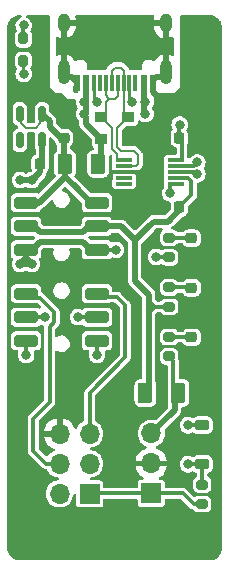
<source format=gtl>
%TF.GenerationSoftware,KiCad,Pcbnew,7.0.9*%
%TF.CreationDate,2023-12-31T00:29:42+09:00*%
%TF.ProjectId,CustomUPDIProgrammer,43757374-6f6d-4555-9044-4950726f6772,rev?*%
%TF.SameCoordinates,Original*%
%TF.FileFunction,Copper,L1,Top*%
%TF.FilePolarity,Positive*%
%FSLAX46Y46*%
G04 Gerber Fmt 4.6, Leading zero omitted, Abs format (unit mm)*
G04 Created by KiCad (PCBNEW 7.0.9) date 2023-12-31 00:29:42*
%MOMM*%
%LPD*%
G01*
G04 APERTURE LIST*
G04 Aperture macros list*
%AMRoundRect*
0 Rectangle with rounded corners*
0 $1 Rounding radius*
0 $2 $3 $4 $5 $6 $7 $8 $9 X,Y pos of 4 corners*
0 Add a 4 corners polygon primitive as box body*
4,1,4,$2,$3,$4,$5,$6,$7,$8,$9,$2,$3,0*
0 Add four circle primitives for the rounded corners*
1,1,$1+$1,$2,$3*
1,1,$1+$1,$4,$5*
1,1,$1+$1,$6,$7*
1,1,$1+$1,$8,$9*
0 Add four rect primitives between the rounded corners*
20,1,$1+$1,$2,$3,$4,$5,0*
20,1,$1+$1,$4,$5,$6,$7,0*
20,1,$1+$1,$6,$7,$8,$9,0*
20,1,$1+$1,$8,$9,$2,$3,0*%
G04 Aperture macros list end*
%TA.AperFunction,SMDPad,CuDef*%
%ADD10RoundRect,0.225000X0.225000X0.250000X-0.225000X0.250000X-0.225000X-0.250000X0.225000X-0.250000X0*%
%TD*%
%TA.AperFunction,SMDPad,CuDef*%
%ADD11R,1.400000X0.300000*%
%TD*%
%TA.AperFunction,SMDPad,CuDef*%
%ADD12RoundRect,0.200000X0.275000X-0.200000X0.275000X0.200000X-0.275000X0.200000X-0.275000X-0.200000X0*%
%TD*%
%TA.AperFunction,SMDPad,CuDef*%
%ADD13RoundRect,0.218750X0.256250X-0.218750X0.256250X0.218750X-0.256250X0.218750X-0.256250X-0.218750X0*%
%TD*%
%TA.AperFunction,SMDPad,CuDef*%
%ADD14RoundRect,0.225000X0.250000X-0.225000X0.250000X0.225000X-0.250000X0.225000X-0.250000X-0.225000X0*%
%TD*%
%TA.AperFunction,ComponentPad*%
%ADD15R,1.700000X1.700000*%
%TD*%
%TA.AperFunction,ComponentPad*%
%ADD16O,1.700000X1.700000*%
%TD*%
%TA.AperFunction,SMDPad,CuDef*%
%ADD17R,0.600000X1.450000*%
%TD*%
%TA.AperFunction,SMDPad,CuDef*%
%ADD18R,0.300000X1.450000*%
%TD*%
%TA.AperFunction,ComponentPad*%
%ADD19O,1.000000X2.100000*%
%TD*%
%TA.AperFunction,ComponentPad*%
%ADD20O,1.000000X1.600000*%
%TD*%
%TA.AperFunction,SMDPad,CuDef*%
%ADD21RoundRect,0.200000X-0.200000X-0.275000X0.200000X-0.275000X0.200000X0.275000X-0.200000X0.275000X0*%
%TD*%
%TA.AperFunction,SMDPad,CuDef*%
%ADD22RoundRect,0.150000X-0.150000X0.512500X-0.150000X-0.512500X0.150000X-0.512500X0.150000X0.512500X0*%
%TD*%
%TA.AperFunction,SMDPad,CuDef*%
%ADD23RoundRect,0.200000X-0.275000X0.200000X-0.275000X-0.200000X0.275000X-0.200000X0.275000X0.200000X0*%
%TD*%
%TA.AperFunction,SMDPad,CuDef*%
%ADD24RoundRect,0.150000X-0.850000X0.350000X-0.850000X-0.350000X0.850000X-0.350000X0.850000X0.350000X0*%
%TD*%
%TA.AperFunction,SMDPad,CuDef*%
%ADD25RoundRect,0.150000X0.850000X-0.350000X0.850000X0.350000X-0.850000X0.350000X-0.850000X-0.350000X0*%
%TD*%
%TA.AperFunction,SMDPad,CuDef*%
%ADD26RoundRect,0.100000X0.400000X-0.500000X0.400000X0.500000X-0.400000X0.500000X-0.400000X-0.500000X0*%
%TD*%
%TA.AperFunction,SMDPad,CuDef*%
%ADD27RoundRect,0.100000X0.400000X-0.350000X0.400000X0.350000X-0.400000X0.350000X-0.400000X-0.350000X0*%
%TD*%
%TA.AperFunction,SMDPad,CuDef*%
%ADD28RoundRect,0.225000X-0.375000X0.225000X-0.375000X-0.225000X0.375000X-0.225000X0.375000X0.225000X0*%
%TD*%
%TA.AperFunction,SMDPad,CuDef*%
%ADD29RoundRect,0.250000X-0.375000X-0.625000X0.375000X-0.625000X0.375000X0.625000X-0.375000X0.625000X0*%
%TD*%
%TA.AperFunction,SMDPad,CuDef*%
%ADD30RoundRect,0.250000X0.375000X0.625000X-0.375000X0.625000X-0.375000X-0.625000X0.375000X-0.625000X0*%
%TD*%
%TA.AperFunction,ViaPad*%
%ADD31C,0.800000*%
%TD*%
%TA.AperFunction,Conductor*%
%ADD32C,0.500000*%
%TD*%
%TA.AperFunction,Conductor*%
%ADD33C,0.300000*%
%TD*%
%TA.AperFunction,Conductor*%
%ADD34C,0.200000*%
%TD*%
%TA.AperFunction,Conductor*%
%ADD35C,0.250000*%
%TD*%
G04 APERTURE END LIST*
D10*
%TO.P,C2,1*%
%TO.N,+3.3V*%
X140475000Y-47300000D03*
%TO.P,C2,2*%
%TO.N,GND*%
X138925000Y-47300000D03*
%TD*%
D11*
%TO.P,U1,1,UD+*%
%TO.N,D+*%
X135800000Y-49200000D03*
%TO.P,U1,2,UD-*%
%TO.N,D-*%
X135800000Y-49700000D03*
%TO.P,U1,3,GND*%
%TO.N,GND*%
X135800000Y-50200000D03*
%TO.P,U1,4,~{RTS}*%
%TO.N,unconnected-(U1-~{RTS}-Pad4)*%
X135800000Y-50700000D03*
%TO.P,U1,5,~{CTS}*%
%TO.N,unconnected-(U1-~{CTS}-Pad5)*%
X135800000Y-51200000D03*
%TO.P,U1,6,TNOW*%
%TO.N,Net-(U1-TNOW)*%
X140200000Y-51200000D03*
%TO.P,U1,7,VCC*%
%TO.N,VCC*%
X140200000Y-50700000D03*
%TO.P,U1,8,TXD*%
%TO.N,TXD*%
X140200000Y-50200000D03*
%TO.P,U1,9,RXD*%
%TO.N,RXD*%
X140200000Y-49700000D03*
%TO.P,U1,10,V3*%
%TO.N,+3.3V*%
X140200000Y-49200000D03*
%TD*%
D12*
%TO.P,R4,1*%
%TO.N,Net-(U1-TNOW)*%
X139600000Y-57425000D03*
%TO.P,R4,2*%
%TO.N,Net-(D3-A)*%
X139600000Y-55775000D03*
%TD*%
D13*
%TO.P,D5,1,K*%
%TO.N,GND*%
X141500000Y-65787500D03*
%TO.P,D5,2,A*%
%TO.N,Net-(D5-A)*%
X141500000Y-64212500D03*
%TD*%
D14*
%TO.P,C3,1*%
%TO.N,+5V*%
X130700000Y-47325000D03*
%TO.P,C3,2*%
%TO.N,GND*%
X130700000Y-45775000D03*
%TD*%
D15*
%TO.P,J1,1,Pin_1*%
%TO.N,UPDI*%
X132870000Y-77440000D03*
D16*
%TO.P,J1,2,Pin_2*%
%TO.N,VOUT*%
X130330000Y-77440000D03*
%TO.P,J1,3,Pin_3*%
%TO.N,unconnected-(J1-Pin_3-Pad3)*%
X132870000Y-74900000D03*
%TO.P,J1,4,Pin_4*%
%TO.N,TXD-Serial*%
X130330000Y-74900000D03*
%TO.P,J1,5,Pin_5*%
%TO.N,RXD-Serial*%
X132870000Y-72360000D03*
%TO.P,J1,6,Pin_6*%
%TO.N,GND*%
X130330000Y-72360000D03*
%TD*%
D17*
%TO.P,USB1,1,GND*%
%TO.N,GND*%
X138225000Y-42695000D03*
%TO.P,USB1,2,VBUS*%
%TO.N,VBUS*%
X137450000Y-42695000D03*
D18*
%TO.P,USB1,3,SBU2*%
%TO.N,unconnected-(USB1-SBU2-Pad3)*%
X136750000Y-42695000D03*
%TO.P,USB1,4,CC1*%
%TO.N,Net-(USB1-CC1)*%
X136250000Y-42695000D03*
%TO.P,USB1,5,DN2*%
%TO.N,D-*%
X135750000Y-42695000D03*
%TO.P,USB1,6,DP1*%
%TO.N,D+*%
X135250000Y-42695000D03*
%TO.P,USB1,7,DN1*%
%TO.N,D-*%
X134750000Y-42695000D03*
%TO.P,USB1,8,DP2*%
%TO.N,D+*%
X134250000Y-42695000D03*
%TO.P,USB1,9,SBU1*%
%TO.N,unconnected-(USB1-SBU1-Pad9)*%
X133750000Y-42695000D03*
%TO.P,USB1,10,CC2*%
%TO.N,Net-(USB1-CC2)*%
X133250000Y-42695000D03*
D17*
%TO.P,USB1,11,VBUS*%
%TO.N,VBUS*%
X132550000Y-42695000D03*
%TO.P,USB1,12,GND*%
%TO.N,GND*%
X131775000Y-42695000D03*
D19*
%TO.P,USB1,13,SHIELD*%
X139320000Y-41780000D03*
D20*
X139320000Y-37600000D03*
D19*
X130680000Y-41780000D03*
D20*
X130680000Y-37600000D03*
%TD*%
D21*
%TO.P,R1,1*%
%TO.N,Net-(USB1-CC2)*%
X127275000Y-40800000D03*
%TO.P,R1,2*%
%TO.N,GND*%
X128925000Y-40800000D03*
%TD*%
D22*
%TO.P,U2,1,VIN*%
%TO.N,+5V*%
X128850000Y-45262500D03*
%TO.P,U2,2,GND*%
%TO.N,GND*%
X127900000Y-45262500D03*
%TO.P,U2,3,EN*%
%TO.N,+5V*%
X126950000Y-45262500D03*
%TO.P,U2,4,NC*%
%TO.N,unconnected-(U2-NC-Pad4)*%
X126950000Y-47537500D03*
%TO.P,U2,5,VOUT*%
%TO.N,+3.3V*%
X128850000Y-47537500D03*
%TD*%
D23*
%TO.P,R3,1*%
%TO.N,RXD-UPDI*%
X142400000Y-76675000D03*
%TO.P,R3,2*%
%TO.N,UPDI*%
X142400000Y-78325000D03*
%TD*%
D12*
%TO.P,R6,1*%
%TO.N,VOUT*%
X139600000Y-65825000D03*
%TO.P,R6,2*%
%TO.N,Net-(D5-A)*%
X139600000Y-64175000D03*
%TD*%
D13*
%TO.P,D3,1,K*%
%TO.N,GND*%
X141500000Y-57387500D03*
%TO.P,D3,2,A*%
%TO.N,Net-(D3-A)*%
X141500000Y-55812500D03*
%TD*%
D24*
%TO.P,SW1,1,A*%
%TO.N,+5V*%
X133500000Y-52800000D03*
%TO.P,SW1,2,B*%
%TO.N,VCC*%
X133500000Y-54800000D03*
%TO.P,SW1,3,C*%
%TO.N,+3.3V*%
X133500000Y-56800000D03*
%TO.P,SW1,4,A*%
%TO.N,+5V*%
X127500000Y-52800000D03*
%TO.P,SW1,5,B*%
%TO.N,VCC*%
X127500000Y-54800000D03*
%TO.P,SW1,6,C*%
%TO.N,+3.3V*%
X127500000Y-56800000D03*
%TD*%
D10*
%TO.P,C1,1*%
%TO.N,VCC*%
X140475000Y-53200000D03*
%TO.P,C1,2*%
%TO.N,GND*%
X138925000Y-53200000D03*
%TD*%
D12*
%TO.P,R5,1*%
%TO.N,VCC*%
X139600000Y-61625000D03*
%TO.P,R5,2*%
%TO.N,Net-(D4-A)*%
X139600000Y-59975000D03*
%TD*%
D13*
%TO.P,D4,1,K*%
%TO.N,GND*%
X141500000Y-61587500D03*
%TO.P,D4,2,A*%
%TO.N,Net-(D4-A)*%
X141500000Y-60012500D03*
%TD*%
D15*
%TO.P,J2,1,Pin_1*%
%TO.N,UPDI*%
X138100000Y-77425000D03*
D16*
%TO.P,J2,2,Pin_2*%
%TO.N,GND*%
X138100000Y-74885000D03*
%TO.P,J2,3,Pin_3*%
%TO.N,VOUT*%
X138100000Y-72345000D03*
%TD*%
D25*
%TO.P,SW2,1,A*%
%TO.N,TXD-UPDI*%
X127500000Y-64500000D03*
%TO.P,SW2,2,B*%
%TO.N,TXD*%
X127500000Y-62500000D03*
%TO.P,SW2,3,C*%
%TO.N,TXD-Serial*%
X127500000Y-60500000D03*
%TO.P,SW2,4,A*%
%TO.N,RXD-UPDI*%
X133500000Y-64500000D03*
%TO.P,SW2,5,B*%
%TO.N,RXD*%
X133500000Y-62500000D03*
%TO.P,SW2,6,C*%
%TO.N,RXD-Serial*%
X133500000Y-60500000D03*
%TD*%
D26*
%TO.P,D1,1,GND*%
%TO.N,GND*%
X136150000Y-47250000D03*
D27*
%TO.P,D1,2,I/O1*%
%TO.N,D-*%
X136150000Y-45550000D03*
%TO.P,D1,3,I/O2*%
%TO.N,D+*%
X133850000Y-45550000D03*
%TO.P,D1,4,VCC*%
%TO.N,VBUS*%
X133850000Y-47450000D03*
%TD*%
D10*
%TO.P,C4,1*%
%TO.N,+3.3V*%
X128675000Y-49500000D03*
%TO.P,C4,2*%
%TO.N,GND*%
X127125000Y-49500000D03*
%TD*%
D21*
%TO.P,R2,1*%
%TO.N,Net-(USB1-CC1)*%
X127275000Y-38900000D03*
%TO.P,R2,2*%
%TO.N,GND*%
X128925000Y-38900000D03*
%TD*%
D28*
%TO.P,D2,1,K*%
%TO.N,TXD-UPDI*%
X142400000Y-71650000D03*
%TO.P,D2,2,A*%
%TO.N,RXD-UPDI*%
X142400000Y-74950000D03*
%TD*%
D29*
%TO.P,F2,1*%
%TO.N,VCC*%
X137600000Y-68900000D03*
%TO.P,F2,2*%
%TO.N,VOUT*%
X140400000Y-68900000D03*
%TD*%
D30*
%TO.P,F1,1*%
%TO.N,VBUS*%
X133600000Y-49500000D03*
%TO.P,F1,2*%
%TO.N,+5V*%
X130800000Y-49500000D03*
%TD*%
D31*
%TO.N,GND*%
X138800000Y-44500000D03*
X141600000Y-48100000D03*
X128900000Y-37800000D03*
X136500000Y-78300000D03*
X142700000Y-61600000D03*
X130700000Y-44700000D03*
X133200000Y-41100000D03*
X138800000Y-45500000D03*
X139600000Y-58700000D03*
X139800000Y-44500000D03*
X127500000Y-59100000D03*
X136500000Y-76500000D03*
X134500000Y-78300000D03*
X128900000Y-41900000D03*
X143000000Y-82000000D03*
X143000000Y-38000000D03*
X137800000Y-53200000D03*
X134500000Y-76500000D03*
X136800000Y-61500000D03*
X136800000Y-64700000D03*
X142700000Y-57400000D03*
X132100000Y-79000000D03*
X137500000Y-47300000D03*
X135900000Y-67800000D03*
X141500000Y-66900000D03*
X127000000Y-82000000D03*
X128500000Y-69200000D03*
X134100000Y-51350000D03*
X127900000Y-44000000D03*
%TO.N,+3.3V*%
X140500000Y-46200000D03*
X127000000Y-50900000D03*
X128000000Y-50900000D03*
X135100000Y-56800000D03*
X128000000Y-58000000D03*
X127000000Y-58000000D03*
%TO.N,VBUS*%
X137600000Y-45300000D03*
X132400000Y-44300000D03*
X137600000Y-44300000D03*
X132400000Y-45300000D03*
%TO.N,TXD*%
X129100000Y-62500000D03*
X142000000Y-50400000D03*
%TO.N,RXD*%
X131900000Y-62500000D03*
X142000000Y-49400000D03*
%TO.N,Net-(USB1-CC2)*%
X133500000Y-44300000D03*
X127300000Y-41900000D03*
%TO.N,Net-(USB1-CC1)*%
X136500000Y-44300000D03*
X127300000Y-37800000D03*
%TO.N,Net-(U1-TNOW)*%
X138500000Y-57400000D03*
X139700000Y-52000000D03*
%TO.N,TXD-UPDI*%
X127500000Y-65700000D03*
X141200000Y-71650000D03*
%TO.N,RXD-UPDI*%
X141200000Y-74950000D03*
X133500000Y-65700000D03*
%TD*%
D32*
%TO.N,VCC*%
X140475000Y-53435938D02*
X140475000Y-53200000D01*
X127500000Y-54800000D02*
X128200000Y-54800000D01*
X128200000Y-54800000D02*
X128700000Y-55300000D01*
X137900000Y-62450000D02*
X137900000Y-68600000D01*
X136700000Y-59400000D02*
X136700000Y-56000000D01*
D33*
X139600000Y-61625000D02*
X138375000Y-61625000D01*
X138375000Y-61625000D02*
X137900000Y-62100000D01*
D32*
X135550000Y-54800000D02*
X136725000Y-55975000D01*
X138300000Y-54400000D02*
X137900000Y-54800000D01*
X137900000Y-61650000D02*
X137900000Y-62100000D01*
X132300000Y-55300000D02*
X132800000Y-54800000D01*
D33*
X138375000Y-61625000D02*
X137900000Y-61150000D01*
D32*
X139500000Y-54400000D02*
X140475000Y-53425000D01*
X137900000Y-62100000D02*
X137900000Y-62450000D01*
D33*
X138375000Y-61625000D02*
X137925000Y-61625000D01*
D32*
X139500000Y-54400000D02*
X138300000Y-54400000D01*
X136700000Y-56000000D02*
X136725000Y-55975000D01*
X137900000Y-68600000D02*
X137600000Y-68900000D01*
D33*
X137925000Y-61625000D02*
X137900000Y-61650000D01*
D32*
X137900000Y-61150000D02*
X137900000Y-61650000D01*
X140475000Y-53425000D02*
X140475000Y-53200000D01*
D33*
X140475000Y-53200000D02*
X141500000Y-52175000D01*
D32*
X137900000Y-60600000D02*
X136700000Y-59400000D01*
X128700000Y-55300000D02*
X132300000Y-55300000D01*
X133500000Y-54800000D02*
X135000000Y-54800000D01*
X135000000Y-54800000D02*
X135550000Y-54800000D01*
X136725000Y-55975000D02*
X137900000Y-54800000D01*
X132800000Y-54800000D02*
X133500000Y-54800000D01*
D33*
X141500000Y-51000000D02*
X141200000Y-50700000D01*
X141500000Y-52175000D02*
X141500000Y-51000000D01*
X141200000Y-50700000D02*
X140200000Y-50700000D01*
D32*
X137900000Y-62450000D02*
X137900000Y-60600000D01*
D33*
%TO.N,GND*%
X130700000Y-44700000D02*
X130700000Y-45775000D01*
D32*
X138850000Y-43750000D02*
X139100000Y-43750000D01*
X139100000Y-42200000D02*
X139300000Y-42000000D01*
X139100000Y-43750000D02*
X138550000Y-43750000D01*
D33*
X142700000Y-57400000D02*
X141512500Y-57400000D01*
D32*
X138550000Y-43750000D02*
X138425000Y-43625000D01*
D33*
X141512500Y-57400000D02*
X141500000Y-57387500D01*
D32*
X138225000Y-43425000D02*
X138425000Y-43625000D01*
D33*
X142700000Y-61600000D02*
X141512500Y-61600000D01*
X134650000Y-50350000D02*
X134650000Y-50800000D01*
D32*
X138225000Y-42695000D02*
X138225000Y-43425000D01*
X138510000Y-42200000D02*
X139100000Y-42200000D01*
D33*
X128925000Y-40800000D02*
X128925000Y-41875000D01*
X128925000Y-41875000D02*
X128900000Y-41900000D01*
X128925000Y-38900000D02*
X128925000Y-37825000D01*
D32*
X131775000Y-42575000D02*
X131400000Y-42200000D01*
D33*
X135800000Y-50200000D02*
X137400000Y-50200000D01*
X135800000Y-50200000D02*
X134800000Y-50200000D01*
D32*
X130700000Y-42200000D02*
X130700000Y-41800000D01*
X131775000Y-42695000D02*
X131775000Y-42575000D01*
D33*
X134800000Y-50200000D02*
X134650000Y-50350000D01*
D32*
X138550000Y-43750000D02*
X138550000Y-44250000D01*
X131400000Y-42200000D02*
X130700000Y-42200000D01*
X130700000Y-41800000D02*
X130680000Y-41780000D01*
D33*
X128925000Y-37825000D02*
X128900000Y-37800000D01*
X141512500Y-61600000D02*
X141500000Y-61587500D01*
X134650000Y-50800000D02*
X134100000Y-51350000D01*
X141500000Y-66900000D02*
X141500000Y-65787500D01*
D32*
X138225000Y-42695000D02*
X138225000Y-42485000D01*
D33*
X127900000Y-44000000D02*
X127900000Y-45262500D01*
D32*
X138550000Y-44250000D02*
X138900000Y-44600000D01*
D33*
X138925000Y-53200000D02*
X137800000Y-53200000D01*
D32*
X139100000Y-43750000D02*
X139550000Y-43750000D01*
X138225000Y-42485000D02*
X138510000Y-42200000D01*
D33*
%TO.N,+3.3V*%
X140200000Y-49200000D02*
X140700000Y-49200000D01*
D32*
X128675000Y-49500000D02*
X128675000Y-50225000D01*
X128700000Y-56100000D02*
X132300000Y-56100000D01*
X127500000Y-57500000D02*
X128000000Y-58000000D01*
X127000000Y-50900000D02*
X128000000Y-50900000D01*
X128850000Y-49325000D02*
X128675000Y-49500000D01*
X128850000Y-48600000D02*
X128850000Y-49325000D01*
X128000000Y-58000000D02*
X127000000Y-58000000D01*
X127500000Y-56800000D02*
X127500000Y-57500000D01*
X128000000Y-56800000D02*
X128700000Y-56100000D01*
D33*
X135100000Y-56800000D02*
X133500000Y-56800000D01*
D32*
X128850000Y-47687500D02*
X128850000Y-48600000D01*
X127500000Y-57500000D02*
X127000000Y-58000000D01*
D33*
X140700000Y-47525000D02*
X140475000Y-47300000D01*
D32*
X128000000Y-50900000D02*
X128300000Y-50600000D01*
D33*
X140700000Y-49200000D02*
X140700000Y-47525000D01*
D32*
X127500000Y-56800000D02*
X128000000Y-56800000D01*
X133000000Y-56800000D02*
X133500000Y-56800000D01*
D33*
X140475000Y-46225000D02*
X140500000Y-46200000D01*
D32*
X132300000Y-56100000D02*
X133000000Y-56800000D01*
D33*
X140475000Y-47300000D02*
X140475000Y-46225000D01*
D32*
X128675000Y-50225000D02*
X128000000Y-50900000D01*
D34*
%TO.N,+5V*%
X128850000Y-45262500D02*
X128700000Y-45412500D01*
D32*
X130800000Y-49500000D02*
X130800000Y-50600000D01*
X130700000Y-47325000D02*
X130700000Y-49400000D01*
X130800000Y-50600000D02*
X131600000Y-51400000D01*
X129500000Y-46356250D02*
X129500000Y-45912500D01*
D34*
X128700000Y-46100000D02*
X128350000Y-46450000D01*
X127100000Y-46100000D02*
X127100000Y-45412500D01*
D32*
X131600000Y-51400000D02*
X133000000Y-52800000D01*
X130700000Y-49400000D02*
X130800000Y-49500000D01*
X133000000Y-52800000D02*
X133500000Y-52800000D01*
D34*
X128350000Y-46450000D02*
X127450000Y-46450000D01*
X127450000Y-46450000D02*
X127100000Y-46100000D01*
X127100000Y-45412500D02*
X126950000Y-45262500D01*
D32*
X128600000Y-52800000D02*
X130800000Y-50600000D01*
X127500000Y-52800000D02*
X128600000Y-52800000D01*
X130468750Y-47325000D02*
X129500000Y-46356250D01*
X129500000Y-45912500D02*
X128850000Y-45262500D01*
D34*
X128700000Y-45412500D02*
X128700000Y-46100000D01*
D32*
X128850000Y-45556250D02*
X128850000Y-45262500D01*
X130700000Y-47325000D02*
X130468750Y-47325000D01*
D34*
%TO.N,D-*%
X135750000Y-41650000D02*
X135750000Y-42695000D01*
X137000000Y-49500000D02*
X136800000Y-49700000D01*
X136150000Y-45550000D02*
X135200000Y-46500000D01*
X134750000Y-41650000D02*
X135000000Y-41400000D01*
X136600000Y-48400000D02*
X137000000Y-48800000D01*
X135500000Y-41400000D02*
X135750000Y-41650000D01*
X136800000Y-49700000D02*
X135800000Y-49700000D01*
X134750000Y-42695000D02*
X134750000Y-41650000D01*
X135750000Y-42695000D02*
X135750000Y-45150000D01*
X135750000Y-45150000D02*
X136150000Y-45550000D01*
X135500000Y-48400000D02*
X136600000Y-48400000D01*
X135200000Y-46500000D02*
X135200000Y-48100000D01*
X135000000Y-41400000D02*
X135500000Y-41400000D01*
X137000000Y-48800000D02*
X137000000Y-49500000D01*
X135200000Y-48100000D02*
X135500000Y-48400000D01*
%TO.N,D+*%
X135250000Y-42695000D02*
X135250000Y-43750000D01*
X134250000Y-44275000D02*
X134525000Y-44000000D01*
X134450000Y-43925000D02*
X134250000Y-43725000D01*
X134250000Y-45150000D02*
X134250000Y-44275000D01*
X134800000Y-48300000D02*
X134800000Y-46500000D01*
X135200000Y-49100000D02*
X135200000Y-48700000D01*
X135300000Y-49200000D02*
X135200000Y-49100000D01*
X134250000Y-43725000D02*
X134250000Y-42695000D01*
X133850000Y-45550000D02*
X134250000Y-45150000D01*
X135200000Y-48700000D02*
X134800000Y-48300000D01*
X135000000Y-44000000D02*
X134700000Y-44000000D01*
X135800000Y-49200000D02*
X135300000Y-49200000D01*
X134700000Y-44000000D02*
X134525000Y-44000000D01*
X135250000Y-43750000D02*
X135000000Y-44000000D01*
X134525000Y-44000000D02*
X134450000Y-43925000D01*
X134800000Y-46500000D02*
X133850000Y-45550000D01*
D32*
%TO.N,VBUS*%
X132550000Y-44150000D02*
X132400000Y-44300000D01*
X133850000Y-49250000D02*
X133600000Y-49500000D01*
X137600000Y-45400000D02*
X137450000Y-45250000D01*
X133850000Y-47450000D02*
X133850000Y-49250000D01*
X132400000Y-45400000D02*
X132550000Y-45250000D01*
X137450000Y-44450000D02*
X137600000Y-44300000D01*
X132550000Y-45250000D02*
X132550000Y-44450000D01*
X132550000Y-46150000D02*
X133850000Y-47450000D01*
X132550000Y-42695000D02*
X132550000Y-44150000D01*
X132400000Y-45400000D02*
X132550000Y-45550000D01*
X132550000Y-45550000D02*
X132550000Y-46150000D01*
X137450000Y-45250000D02*
X137450000Y-44450000D01*
X137450000Y-44150000D02*
X137600000Y-44300000D01*
X132550000Y-44450000D02*
X132400000Y-44300000D01*
X137450000Y-42695000D02*
X137450000Y-44150000D01*
D33*
%TO.N,TXD*%
X140200000Y-50200000D02*
X141800000Y-50200000D01*
X129100000Y-62500000D02*
X127500000Y-62500000D01*
X141800000Y-50200000D02*
X142000000Y-50400000D01*
%TO.N,RXD*%
X141700000Y-49700000D02*
X142000000Y-49400000D01*
X131900000Y-62500000D02*
X133500000Y-62500000D01*
X140200000Y-49700000D02*
X141700000Y-49700000D01*
%TO.N,VOUT*%
X139950000Y-66175000D02*
X139600000Y-65825000D01*
D32*
X140100000Y-69300000D02*
X140100000Y-70345000D01*
D33*
X139950000Y-68450000D02*
X139950000Y-66175000D01*
D32*
X140400000Y-69000000D02*
X140100000Y-69300000D01*
D33*
X140400000Y-68900000D02*
X139950000Y-68450000D01*
D32*
X140400000Y-68900000D02*
X140400000Y-69000000D01*
X140100000Y-70345000D02*
X138100000Y-72345000D01*
D33*
%TO.N,UPDI*%
X141675000Y-78325000D02*
X140775000Y-77425000D01*
X132885000Y-77425000D02*
X132870000Y-77440000D01*
X140775000Y-77425000D02*
X138100000Y-77425000D01*
X142400000Y-78325000D02*
X141675000Y-78325000D01*
X138100000Y-77425000D02*
X132885000Y-77425000D01*
D35*
%TO.N,Net-(USB1-CC2)*%
X127275000Y-41875000D02*
X127300000Y-41900000D01*
X133250000Y-42695000D02*
X133250000Y-44050000D01*
X127275000Y-40800000D02*
X127275000Y-41875000D01*
X133250000Y-44050000D02*
X133500000Y-44300000D01*
%TO.N,Net-(USB1-CC1)*%
X136250000Y-44050000D02*
X136500000Y-44300000D01*
X136250000Y-42695000D02*
X136250000Y-44050000D01*
D33*
X127275000Y-37825000D02*
X127300000Y-37800000D01*
X127275000Y-38900000D02*
X127275000Y-37825000D01*
%TO.N,Net-(D3-A)*%
X139600000Y-55775000D02*
X141462500Y-55775000D01*
X141462500Y-55775000D02*
X141500000Y-55812500D01*
%TO.N,Net-(U1-TNOW)*%
X140200000Y-51200000D02*
X139700000Y-51200000D01*
X139600000Y-57425000D02*
X138525000Y-57425000D01*
X139700000Y-51200000D02*
X139700000Y-52000000D01*
X138525000Y-57425000D02*
X138500000Y-57400000D01*
%TO.N,Net-(D4-A)*%
X139600000Y-59975000D02*
X141462500Y-59975000D01*
X141462500Y-59975000D02*
X141500000Y-60012500D01*
D34*
%TO.N,Net-(D5-A)*%
X141462500Y-64175000D02*
X141500000Y-64212500D01*
D33*
X139600000Y-64175000D02*
X141462500Y-64175000D01*
%TO.N,TXD-UPDI*%
X127500000Y-64500000D02*
X127500000Y-65700000D01*
X142400000Y-71650000D02*
X141200000Y-71650000D01*
%TO.N,RXD-UPDI*%
X142400000Y-76675000D02*
X142400000Y-74950000D01*
X142400000Y-74950000D02*
X141200000Y-74950000D01*
X133500000Y-64500000D02*
X133500000Y-65600000D01*
%TO.N,TXD-Serial*%
X127500000Y-60500000D02*
X127850000Y-60850000D01*
X129900000Y-62100000D02*
X129900000Y-62900000D01*
X129200000Y-74900000D02*
X130330000Y-74900000D01*
X128650000Y-60850000D02*
X129900000Y-62100000D01*
X127850000Y-60850000D02*
X128650000Y-60850000D01*
X128100000Y-73800000D02*
X129200000Y-74900000D01*
X129500000Y-63300000D02*
X129500000Y-69700000D01*
X129500000Y-69700000D02*
X128100000Y-71100000D01*
X128100000Y-71100000D02*
X128100000Y-73800000D01*
X129900000Y-62900000D02*
X129500000Y-63300000D01*
%TO.N,RXD-Serial*%
X135900000Y-61500000D02*
X135200000Y-60800000D01*
X132870000Y-72360000D02*
X132870000Y-68930000D01*
X132870000Y-68930000D02*
X135900000Y-65900000D01*
X133800000Y-60800000D02*
X133500000Y-60500000D01*
X135200000Y-60800000D02*
X133800000Y-60800000D01*
X135900000Y-65900000D02*
X135900000Y-61500000D01*
%TD*%
%TA.AperFunction,Conductor*%
%TO.N,GND*%
G36*
X129443039Y-36920185D02*
G01*
X129488794Y-36972989D01*
X129500000Y-37024500D01*
X129500000Y-43000000D01*
X130000000Y-43500000D01*
X130448638Y-43500000D01*
X130515677Y-43519685D01*
X130536319Y-43536319D01*
X131000000Y-44000000D01*
X131590814Y-44000000D01*
X131657853Y-44019685D01*
X131703608Y-44072489D01*
X131713910Y-44138946D01*
X131694355Y-44299999D01*
X131714859Y-44468869D01*
X131714860Y-44468874D01*
X131775182Y-44627931D01*
X131845332Y-44729560D01*
X131867215Y-44795915D01*
X131849750Y-44863566D01*
X131845332Y-44870440D01*
X131775183Y-44972068D01*
X131775182Y-44972068D01*
X131714860Y-45131125D01*
X131714859Y-45131130D01*
X131694355Y-45300000D01*
X131714859Y-45468869D01*
X131714860Y-45468874D01*
X131775182Y-45627931D01*
X131800340Y-45664378D01*
X131871817Y-45767929D01*
X131957728Y-45844040D01*
X131994853Y-45903226D01*
X131999500Y-45936853D01*
X131999500Y-46140602D01*
X131997238Y-46206829D01*
X132007715Y-46249819D01*
X132008901Y-46256061D01*
X132014929Y-46299920D01*
X132022079Y-46316379D01*
X132028819Y-46336420D01*
X132033067Y-46353852D01*
X132054763Y-46392439D01*
X132057582Y-46398115D01*
X132075220Y-46438720D01*
X132075221Y-46438722D01*
X132086541Y-46452636D01*
X132098439Y-46470117D01*
X132107234Y-46485760D01*
X132107236Y-46485761D01*
X132138532Y-46517057D01*
X132142783Y-46521766D01*
X132170722Y-46556108D01*
X132185381Y-46566455D01*
X132201552Y-46580077D01*
X133013181Y-47391706D01*
X133046666Y-47453029D01*
X133049500Y-47479387D01*
X133049500Y-47831517D01*
X133054573Y-47863545D01*
X133064354Y-47925304D01*
X133121950Y-48038342D01*
X133203475Y-48119867D01*
X133236959Y-48181188D01*
X133231975Y-48250880D01*
X133190104Y-48306814D01*
X133130577Y-48330662D01*
X133093441Y-48335121D01*
X132952656Y-48390639D01*
X132832077Y-48482077D01*
X132740639Y-48602656D01*
X132685122Y-48743438D01*
X132680917Y-48778460D01*
X132674500Y-48831898D01*
X132674500Y-50168102D01*
X132678988Y-50205472D01*
X132685122Y-50256561D01*
X132685122Y-50256563D01*
X132685123Y-50256564D01*
X132698155Y-50289610D01*
X132740639Y-50397343D01*
X132832077Y-50517922D01*
X132952656Y-50609360D01*
X132952657Y-50609360D01*
X132952658Y-50609361D01*
X133093436Y-50664877D01*
X133181898Y-50675500D01*
X133181903Y-50675500D01*
X134018097Y-50675500D01*
X134018102Y-50675500D01*
X134106564Y-50664877D01*
X134247342Y-50609361D01*
X134367922Y-50517922D01*
X134459361Y-50397342D01*
X134514877Y-50256564D01*
X134525500Y-50168102D01*
X134525500Y-48891254D01*
X134545185Y-48824215D01*
X134597989Y-48778460D01*
X134667147Y-48768516D01*
X134730703Y-48797541D01*
X134737181Y-48803573D01*
X134763181Y-48829573D01*
X134796666Y-48890896D01*
X134799500Y-48917254D01*
X134799500Y-49394856D01*
X134799502Y-49394882D01*
X134803489Y-49429258D01*
X134801726Y-49429462D01*
X134801726Y-49470540D01*
X134803490Y-49470745D01*
X134799500Y-49505131D01*
X134799500Y-49894856D01*
X134799502Y-49894882D01*
X134802413Y-49919987D01*
X134802415Y-49919991D01*
X134847793Y-50022764D01*
X134935360Y-50110331D01*
X134932942Y-50112748D01*
X134964842Y-50151829D01*
X134972747Y-50221250D01*
X134941865Y-50283924D01*
X134935301Y-50289610D01*
X134935360Y-50289669D01*
X134847794Y-50377234D01*
X134802415Y-50480006D01*
X134802415Y-50480008D01*
X134799500Y-50505131D01*
X134799500Y-50894856D01*
X134799502Y-50894882D01*
X134803489Y-50929258D01*
X134801726Y-50929462D01*
X134801726Y-50970540D01*
X134803490Y-50970745D01*
X134799500Y-51005131D01*
X134799500Y-51394856D01*
X134799502Y-51394882D01*
X134802413Y-51419987D01*
X134802415Y-51419991D01*
X134847793Y-51522764D01*
X134847794Y-51522765D01*
X134927235Y-51602206D01*
X135030009Y-51647585D01*
X135055135Y-51650500D01*
X136544864Y-51650499D01*
X136544879Y-51650497D01*
X136544882Y-51650497D01*
X136569987Y-51647586D01*
X136569988Y-51647585D01*
X136569991Y-51647585D01*
X136672765Y-51602206D01*
X136752206Y-51522765D01*
X136797585Y-51419991D01*
X136800500Y-51394865D01*
X136800499Y-51005136D01*
X136800497Y-51005117D01*
X136796511Y-50970742D01*
X136798280Y-50970536D01*
X136798282Y-50929460D01*
X136796510Y-50929255D01*
X136799904Y-50900000D01*
X136800500Y-50894865D01*
X136800499Y-50505136D01*
X136800497Y-50505117D01*
X136797586Y-50480012D01*
X136797585Y-50480010D01*
X136797585Y-50480009D01*
X136752206Y-50377235D01*
X136687152Y-50312181D01*
X136653667Y-50250858D01*
X136658651Y-50181166D01*
X136700523Y-50125233D01*
X136765987Y-50100816D01*
X136774833Y-50100500D01*
X136863431Y-50100500D01*
X136863433Y-50100500D01*
X136884501Y-50093654D01*
X136903417Y-50089112D01*
X136925304Y-50085646D01*
X136945044Y-50075586D01*
X136963011Y-50068144D01*
X136984090Y-50061296D01*
X137002026Y-50048263D01*
X137018588Y-50038114D01*
X137038342Y-50028050D01*
X137053834Y-50012557D01*
X137053841Y-50012552D01*
X137312552Y-49753841D01*
X137312557Y-49753834D01*
X137328050Y-49738342D01*
X137338109Y-49718598D01*
X137348269Y-49702018D01*
X137361296Y-49684089D01*
X137368142Y-49663017D01*
X137375588Y-49645043D01*
X137385645Y-49625305D01*
X137385646Y-49625304D01*
X137389112Y-49603416D01*
X137393651Y-49584510D01*
X137400500Y-49563433D01*
X137400500Y-49436567D01*
X137400500Y-48768481D01*
X137400500Y-48766159D01*
X137400499Y-48766129D01*
X137400499Y-48736568D01*
X137400499Y-48736567D01*
X137393653Y-48715501D01*
X137389111Y-48696580D01*
X137385646Y-48674696D01*
X137375586Y-48654952D01*
X137368140Y-48636974D01*
X137361297Y-48615913D01*
X137361296Y-48615912D01*
X137361296Y-48615910D01*
X137348269Y-48597981D01*
X137338104Y-48581392D01*
X137328050Y-48561658D01*
X137238342Y-48471950D01*
X136859287Y-48092893D01*
X136859256Y-48092864D01*
X136838342Y-48071950D01*
X136838341Y-48071949D01*
X136818600Y-48061890D01*
X136802014Y-48051726D01*
X136784090Y-48038704D01*
X136784091Y-48038704D01*
X136763018Y-48031857D01*
X136745045Y-48024412D01*
X136725307Y-48014355D01*
X136725304Y-48014354D01*
X136703418Y-48010887D01*
X136684507Y-48006346D01*
X136663439Y-47999501D01*
X136663434Y-47999500D01*
X136663433Y-47999500D01*
X136663429Y-47999500D01*
X135724500Y-47999500D01*
X135657461Y-47979815D01*
X135611706Y-47927011D01*
X135600500Y-47875500D01*
X135600500Y-46717254D01*
X135620185Y-46650215D01*
X135636815Y-46629577D01*
X135929574Y-46336817D01*
X135990897Y-46303333D01*
X136017255Y-46300499D01*
X136581517Y-46300499D01*
X136581518Y-46300499D01*
X136675304Y-46285646D01*
X136788342Y-46228050D01*
X136878050Y-46138342D01*
X136935646Y-46025304D01*
X136935646Y-46025302D01*
X136935647Y-46025301D01*
X136950500Y-45931522D01*
X136950882Y-45926669D01*
X136953236Y-45926854D01*
X136970026Y-45869174D01*
X137022722Y-45823294D01*
X137091857Y-45813188D01*
X137155480Y-45842063D01*
X137156684Y-45843114D01*
X137175407Y-45859701D01*
X137199150Y-45880736D01*
X137323466Y-45945982D01*
X137349775Y-45959790D01*
X137514944Y-46000500D01*
X137685056Y-46000500D01*
X137850225Y-45959790D01*
X137957998Y-45903226D01*
X138000849Y-45880736D01*
X138000850Y-45880734D01*
X138000852Y-45880734D01*
X138128183Y-45767929D01*
X138224818Y-45627930D01*
X138285140Y-45468872D01*
X138305645Y-45300000D01*
X138285140Y-45131128D01*
X138224818Y-44972070D01*
X138154666Y-44870437D01*
X138132784Y-44804086D01*
X138150249Y-44736435D01*
X138154652Y-44729581D01*
X138224818Y-44627930D01*
X138285140Y-44468872D01*
X138305645Y-44300000D01*
X138295554Y-44216892D01*
X138286090Y-44138946D01*
X138297551Y-44070023D01*
X138344455Y-44018237D01*
X138409186Y-44000000D01*
X139000000Y-44000000D01*
X139463681Y-43536319D01*
X139525004Y-43502834D01*
X139551362Y-43500000D01*
X140000000Y-43500000D01*
X140500000Y-43000000D01*
X140500000Y-37024500D01*
X140519685Y-36957461D01*
X140572489Y-36911706D01*
X140624000Y-36900500D01*
X142942417Y-36900500D01*
X142997294Y-36900500D01*
X143002694Y-36900735D01*
X143180116Y-36916258D01*
X143201401Y-36920011D01*
X143259499Y-36935578D01*
X143365577Y-36964001D01*
X143385878Y-36971390D01*
X143539920Y-37043221D01*
X143558635Y-37054026D01*
X143681695Y-37140194D01*
X143697858Y-37151511D01*
X143714416Y-37165405D01*
X143834594Y-37285583D01*
X143848488Y-37302141D01*
X143945972Y-37441363D01*
X143956779Y-37460081D01*
X144028606Y-37614114D01*
X144035999Y-37634426D01*
X144079988Y-37798598D01*
X144083741Y-37819883D01*
X144099264Y-37997300D01*
X144099500Y-38002706D01*
X144099500Y-81997293D01*
X144099264Y-82002699D01*
X144083741Y-82180116D01*
X144079988Y-82201401D01*
X144035999Y-82365573D01*
X144028606Y-82385885D01*
X143956779Y-82539918D01*
X143945972Y-82558636D01*
X143848488Y-82697858D01*
X143834594Y-82714416D01*
X143714416Y-82834594D01*
X143697858Y-82848488D01*
X143558636Y-82945972D01*
X143539918Y-82956779D01*
X143385885Y-83028606D01*
X143365573Y-83035999D01*
X143201401Y-83079988D01*
X143180116Y-83083741D01*
X143042705Y-83095763D01*
X143002694Y-83099264D01*
X142997294Y-83099500D01*
X127002705Y-83099500D01*
X126997304Y-83099264D01*
X126953379Y-83095421D01*
X126819882Y-83083741D01*
X126798597Y-83079988D01*
X126634425Y-83035999D01*
X126614113Y-83028606D01*
X126460081Y-82956779D01*
X126441363Y-82945972D01*
X126302141Y-82848488D01*
X126285583Y-82834594D01*
X126165405Y-82714416D01*
X126151511Y-82697858D01*
X126054027Y-82558636D01*
X126043220Y-82539918D01*
X125971390Y-82385878D01*
X125964000Y-82365573D01*
X125920011Y-82201401D01*
X125916258Y-82180115D01*
X125903258Y-82031525D01*
X125900734Y-82002682D01*
X125900499Y-81997284D01*
X125900499Y-64904269D01*
X126199500Y-64904269D01*
X126202353Y-64934699D01*
X126202353Y-64934701D01*
X126247206Y-65062880D01*
X126247207Y-65062882D01*
X126327850Y-65172150D01*
X126437118Y-65252793D01*
X126479011Y-65267452D01*
X126565299Y-65297646D01*
X126595730Y-65300500D01*
X126595734Y-65300500D01*
X126722681Y-65300500D01*
X126789720Y-65320185D01*
X126835475Y-65372989D01*
X126845419Y-65442147D01*
X126838624Y-65468465D01*
X126830181Y-65490727D01*
X126814860Y-65531125D01*
X126814859Y-65531130D01*
X126794355Y-65700000D01*
X126814859Y-65868869D01*
X126814860Y-65868874D01*
X126875182Y-66027931D01*
X126937475Y-66118177D01*
X126971817Y-66167929D01*
X127051933Y-66238905D01*
X127099150Y-66280736D01*
X127249773Y-66359789D01*
X127249775Y-66359790D01*
X127414944Y-66400500D01*
X127585056Y-66400500D01*
X127750225Y-66359790D01*
X127829692Y-66318081D01*
X127900849Y-66280736D01*
X127900850Y-66280734D01*
X127900852Y-66280734D01*
X128028183Y-66167929D01*
X128124818Y-66027930D01*
X128185140Y-65868872D01*
X128205645Y-65700000D01*
X128185140Y-65531128D01*
X128161376Y-65468468D01*
X128156010Y-65398808D01*
X128189157Y-65337302D01*
X128250295Y-65303480D01*
X128277319Y-65300500D01*
X128404270Y-65300500D01*
X128434699Y-65297646D01*
X128434701Y-65297646D01*
X128520980Y-65267455D01*
X128562882Y-65252793D01*
X128672150Y-65172150D01*
X128752793Y-65062882D01*
X128775219Y-64998790D01*
X128797646Y-64934701D01*
X128797646Y-64934699D01*
X128800500Y-64904269D01*
X128800500Y-64095730D01*
X128797646Y-64065300D01*
X128797646Y-64065298D01*
X128764006Y-63969163D01*
X128752793Y-63937118D01*
X128672150Y-63827850D01*
X128562882Y-63747207D01*
X128562880Y-63747206D01*
X128434700Y-63702353D01*
X128404270Y-63699500D01*
X128404266Y-63699500D01*
X126595734Y-63699500D01*
X126595730Y-63699500D01*
X126565300Y-63702353D01*
X126565298Y-63702353D01*
X126437119Y-63747206D01*
X126437117Y-63747207D01*
X126327850Y-63827850D01*
X126247207Y-63937117D01*
X126247206Y-63937119D01*
X126202353Y-64065298D01*
X126202353Y-64065300D01*
X126199500Y-64095730D01*
X126199500Y-64904269D01*
X125900499Y-64904269D01*
X125900499Y-62904269D01*
X126199500Y-62904269D01*
X126202353Y-62934699D01*
X126202353Y-62934701D01*
X126239487Y-63040820D01*
X126247207Y-63062882D01*
X126327850Y-63172150D01*
X126437118Y-63252793D01*
X126479845Y-63267744D01*
X126565299Y-63297646D01*
X126595730Y-63300500D01*
X126595734Y-63300500D01*
X128404270Y-63300500D01*
X128434699Y-63297646D01*
X128434701Y-63297646D01*
X128498790Y-63275219D01*
X128562882Y-63252793D01*
X128672150Y-63172150D01*
X128672155Y-63172142D01*
X128676872Y-63167427D01*
X128738194Y-63133939D01*
X128807885Y-63138920D01*
X128822170Y-63145302D01*
X128849775Y-63159790D01*
X128849777Y-63159790D01*
X128849778Y-63159791D01*
X128880760Y-63167427D01*
X128954547Y-63185613D01*
X129014927Y-63220769D01*
X129046716Y-63282988D01*
X129048785Y-63310645D01*
X129047275Y-63351007D01*
X129048316Y-63360243D01*
X129047485Y-63360336D01*
X129049500Y-63375635D01*
X129049500Y-69462034D01*
X129029815Y-69529073D01*
X129013181Y-69549715D01*
X127801804Y-70761092D01*
X127796617Y-70765727D01*
X127766033Y-70790117D01*
X127766029Y-70790121D01*
X127732519Y-70839271D01*
X127697206Y-70887118D01*
X127693216Y-70894667D01*
X127689528Y-70902326D01*
X127671992Y-70959177D01*
X127652353Y-71015301D01*
X127650771Y-71023659D01*
X127649500Y-71032100D01*
X127649500Y-71091573D01*
X127647275Y-71151009D01*
X127648316Y-71160243D01*
X127647485Y-71160336D01*
X127649500Y-71175635D01*
X127649500Y-73771217D01*
X127649110Y-73778155D01*
X127647925Y-73788679D01*
X127644729Y-73817034D01*
X127655788Y-73875479D01*
X127664652Y-73934290D01*
X127667162Y-73942427D01*
X127669978Y-73950475D01*
X127697777Y-74003072D01*
X127723576Y-74056644D01*
X127728362Y-74063665D01*
X127733431Y-74070532D01*
X127733434Y-74070538D01*
X127733438Y-74070542D01*
X127775495Y-74112599D01*
X127815947Y-74156196D01*
X127823210Y-74161988D01*
X127822689Y-74162641D01*
X127834930Y-74172034D01*
X128861090Y-75198193D01*
X128865726Y-75203380D01*
X128890121Y-75233970D01*
X128890121Y-75233971D01*
X128939271Y-75267480D01*
X128987118Y-75302793D01*
X128994654Y-75306776D01*
X129002319Y-75310467D01*
X129002327Y-75310472D01*
X129059177Y-75328007D01*
X129115297Y-75347645D01*
X129115299Y-75347645D01*
X129115301Y-75347646D01*
X129115302Y-75347646D01*
X129123679Y-75349230D01*
X129132096Y-75350499D01*
X129132098Y-75350500D01*
X129191569Y-75350500D01*
X129192885Y-75350549D01*
X129196989Y-75350702D01*
X129263247Y-75372874D01*
X129303362Y-75419345D01*
X129347632Y-75508253D01*
X129445133Y-75637364D01*
X129476128Y-75678407D01*
X129633698Y-75822052D01*
X129814981Y-75934298D01*
X130013802Y-76011321D01*
X130210613Y-76048111D01*
X130272893Y-76079779D01*
X130308166Y-76140092D01*
X130305232Y-76209900D01*
X130265023Y-76267040D01*
X130210613Y-76291888D01*
X130013802Y-76328679D01*
X130013799Y-76328679D01*
X130013799Y-76328680D01*
X129814982Y-76405701D01*
X129814980Y-76405702D01*
X129633699Y-76517947D01*
X129476127Y-76661593D01*
X129347632Y-76831746D01*
X129252596Y-77022605D01*
X129252596Y-77022607D01*
X129194244Y-77227689D01*
X129174571Y-77439999D01*
X129174571Y-77440000D01*
X129194244Y-77652310D01*
X129252596Y-77857392D01*
X129252596Y-77857394D01*
X129347632Y-78048253D01*
X129476127Y-78218406D01*
X129476128Y-78218407D01*
X129633698Y-78362052D01*
X129814981Y-78474298D01*
X130013802Y-78551321D01*
X130223390Y-78590500D01*
X130223392Y-78590500D01*
X130436608Y-78590500D01*
X130436610Y-78590500D01*
X130646198Y-78551321D01*
X130845019Y-78474298D01*
X131026302Y-78362052D01*
X131183872Y-78218407D01*
X131312366Y-78048255D01*
X131370024Y-77932461D01*
X131407403Y-77857394D01*
X131407403Y-77857393D01*
X131407405Y-77857389D01*
X131465756Y-77652310D01*
X131472029Y-77584605D01*
X131497814Y-77519669D01*
X131554614Y-77478981D01*
X131624395Y-77475461D01*
X131685002Y-77510225D01*
X131717193Y-77572238D01*
X131719500Y-77596047D01*
X131719500Y-78334856D01*
X131719502Y-78334882D01*
X131722413Y-78359987D01*
X131722415Y-78359991D01*
X131767793Y-78462764D01*
X131767794Y-78462765D01*
X131847235Y-78542206D01*
X131950009Y-78587585D01*
X131975135Y-78590500D01*
X133764864Y-78590499D01*
X133764879Y-78590497D01*
X133764882Y-78590497D01*
X133789987Y-78587586D01*
X133789988Y-78587585D01*
X133789991Y-78587585D01*
X133892765Y-78542206D01*
X133972206Y-78462765D01*
X134017585Y-78359991D01*
X134020500Y-78334865D01*
X134020500Y-77999500D01*
X134040185Y-77932461D01*
X134092989Y-77886706D01*
X134144500Y-77875500D01*
X136825501Y-77875500D01*
X136892540Y-77895185D01*
X136938295Y-77947989D01*
X136949501Y-77999500D01*
X136949501Y-78319856D01*
X136949502Y-78319882D01*
X136952413Y-78344987D01*
X136952415Y-78344991D01*
X136997793Y-78447764D01*
X136997794Y-78447765D01*
X137077235Y-78527206D01*
X137180009Y-78572585D01*
X137205135Y-78575500D01*
X138994864Y-78575499D01*
X138994879Y-78575497D01*
X138994882Y-78575497D01*
X139019987Y-78572586D01*
X139019988Y-78572585D01*
X139019991Y-78572585D01*
X139122765Y-78527206D01*
X139202206Y-78447765D01*
X139247585Y-78344991D01*
X139250500Y-78319865D01*
X139250500Y-77999500D01*
X139270185Y-77932461D01*
X139322989Y-77886706D01*
X139374500Y-77875500D01*
X140537034Y-77875500D01*
X140604073Y-77895185D01*
X140624715Y-77911819D01*
X141336090Y-78623193D01*
X141340726Y-78628380D01*
X141365121Y-78658970D01*
X141365121Y-78658971D01*
X141414271Y-78692480D01*
X141462118Y-78727793D01*
X141469665Y-78731781D01*
X141477322Y-78735468D01*
X141477327Y-78735472D01*
X141534172Y-78753006D01*
X141590300Y-78772646D01*
X141590305Y-78772646D01*
X141598698Y-78774234D01*
X141607095Y-78775500D01*
X141607098Y-78775500D01*
X141625250Y-78775500D01*
X141692289Y-78795185D01*
X141724516Y-78825189D01*
X141767452Y-78882544D01*
X141767455Y-78882547D01*
X141882664Y-78968793D01*
X141882671Y-78968797D01*
X141927618Y-78985561D01*
X142017517Y-79019091D01*
X142077127Y-79025500D01*
X142722872Y-79025499D01*
X142782483Y-79019091D01*
X142917331Y-78968796D01*
X143032546Y-78882546D01*
X143118796Y-78767331D01*
X143169091Y-78632483D01*
X143175500Y-78572873D01*
X143175499Y-78077128D01*
X143169091Y-78017517D01*
X143129668Y-77911819D01*
X143118797Y-77882671D01*
X143118793Y-77882664D01*
X143032547Y-77767455D01*
X143032544Y-77767452D01*
X142917335Y-77681206D01*
X142917328Y-77681202D01*
X142782486Y-77630910D01*
X142782485Y-77630909D01*
X142782483Y-77630909D01*
X142722873Y-77624500D01*
X142722863Y-77624500D01*
X142077129Y-77624500D01*
X142077123Y-77624501D01*
X142017516Y-77630908D01*
X141882671Y-77681202D01*
X141882669Y-77681203D01*
X141846092Y-77708585D01*
X141780627Y-77733001D01*
X141712354Y-77718149D01*
X141684101Y-77696998D01*
X141113908Y-77126805D01*
X141109271Y-77121617D01*
X141105856Y-77117335D01*
X141084879Y-77091030D01*
X141035728Y-77057519D01*
X140987882Y-77022207D01*
X140980297Y-77018198D01*
X140972677Y-77014529D01*
X140948161Y-77006967D01*
X140915822Y-76996992D01*
X140895154Y-76989760D01*
X140859695Y-76977352D01*
X140851326Y-76975768D01*
X140842904Y-76974500D01*
X140842902Y-76974500D01*
X140783426Y-76974500D01*
X140723990Y-76972275D01*
X140714756Y-76973316D01*
X140714662Y-76972486D01*
X140699364Y-76974500D01*
X139374499Y-76974500D01*
X139307460Y-76954815D01*
X139261705Y-76902011D01*
X139250499Y-76850500D01*
X139250499Y-76530143D01*
X139250499Y-76530136D01*
X139249325Y-76520009D01*
X139247586Y-76505012D01*
X139247585Y-76505010D01*
X139247585Y-76505009D01*
X139202206Y-76402235D01*
X139122765Y-76322794D01*
X139122763Y-76322793D01*
X139019992Y-76277415D01*
X138994868Y-76274500D01*
X138862519Y-76274500D01*
X138795480Y-76254815D01*
X138749725Y-76202011D01*
X138739781Y-76132853D01*
X138768806Y-76069297D01*
X138791395Y-76048925D01*
X138971082Y-75923105D01*
X139138105Y-75756082D01*
X139273600Y-75562578D01*
X139373429Y-75348492D01*
X139373432Y-75348486D01*
X139430636Y-75135000D01*
X138533686Y-75135000D01*
X138559493Y-75094844D01*
X138600000Y-74956889D01*
X138600000Y-74950000D01*
X140494355Y-74950000D01*
X140514859Y-75118869D01*
X140514860Y-75118874D01*
X140575182Y-75277931D01*
X140623888Y-75348492D01*
X140671817Y-75417929D01*
X140773772Y-75508253D01*
X140799150Y-75530736D01*
X140949773Y-75609789D01*
X140949775Y-75609790D01*
X141114944Y-75650500D01*
X141285056Y-75650500D01*
X141450225Y-75609790D01*
X141545010Y-75560042D01*
X141613514Y-75546317D01*
X141677559Y-75571036D01*
X141765025Y-75637364D01*
X141870991Y-75679152D01*
X141926133Y-75722056D01*
X141949327Y-75787963D01*
X141949500Y-75794505D01*
X141949500Y-75921138D01*
X141929815Y-75988177D01*
X141889581Y-76025637D01*
X141889769Y-76025888D01*
X141887441Y-76027630D01*
X141884932Y-76029967D01*
X141882670Y-76031202D01*
X141767455Y-76117452D01*
X141767452Y-76117455D01*
X141681206Y-76232664D01*
X141681202Y-76232671D01*
X141630910Y-76367513D01*
X141630909Y-76367517D01*
X141624500Y-76427127D01*
X141624500Y-76427134D01*
X141624500Y-76427135D01*
X141624500Y-76922870D01*
X141624501Y-76922876D01*
X141630908Y-76982483D01*
X141681202Y-77117328D01*
X141681206Y-77117335D01*
X141767452Y-77232544D01*
X141767455Y-77232547D01*
X141882664Y-77318793D01*
X141882671Y-77318797D01*
X141882910Y-77318886D01*
X142017517Y-77369091D01*
X142077127Y-77375500D01*
X142722872Y-77375499D01*
X142782483Y-77369091D01*
X142917331Y-77318796D01*
X143032546Y-77232546D01*
X143118796Y-77117331D01*
X143169091Y-76982483D01*
X143175500Y-76922873D01*
X143175499Y-76427128D01*
X143169091Y-76367517D01*
X143154605Y-76328679D01*
X143118797Y-76232671D01*
X143118793Y-76232664D01*
X143032547Y-76117455D01*
X143032544Y-76117452D01*
X142917329Y-76031202D01*
X142915068Y-76029967D01*
X142913246Y-76028145D01*
X142910231Y-76025888D01*
X142910555Y-76025454D01*
X142865665Y-75980559D01*
X142850500Y-75921138D01*
X142850500Y-75794505D01*
X142870185Y-75727466D01*
X142922989Y-75681711D01*
X142928974Y-75679165D01*
X143034975Y-75637364D01*
X143150078Y-75550078D01*
X143237364Y-75434975D01*
X143290359Y-75300590D01*
X143300500Y-75216144D01*
X143300500Y-74683856D01*
X143290359Y-74599410D01*
X143237364Y-74465025D01*
X143237363Y-74465024D01*
X143237363Y-74465023D01*
X143150078Y-74349921D01*
X143034976Y-74262636D01*
X142900588Y-74209640D01*
X142857242Y-74204435D01*
X142816144Y-74199500D01*
X141983856Y-74199500D01*
X141945841Y-74204065D01*
X141899411Y-74209640D01*
X141765023Y-74262636D01*
X141677559Y-74328963D01*
X141612248Y-74353786D01*
X141545009Y-74339956D01*
X141450225Y-74290209D01*
X141285056Y-74249500D01*
X141114944Y-74249500D01*
X140949773Y-74290210D01*
X140799150Y-74369263D01*
X140671816Y-74482072D01*
X140575182Y-74622068D01*
X140514860Y-74781125D01*
X140514859Y-74781130D01*
X140494355Y-74950000D01*
X138600000Y-74950000D01*
X138600000Y-74813111D01*
X138559493Y-74675156D01*
X138533686Y-74635000D01*
X139430636Y-74635000D01*
X139430635Y-74634999D01*
X139373432Y-74421513D01*
X139373429Y-74421507D01*
X139273600Y-74207422D01*
X139273599Y-74207420D01*
X139138113Y-74013926D01*
X139138108Y-74013920D01*
X138971082Y-73846894D01*
X138777578Y-73711399D01*
X138578426Y-73618533D01*
X138525987Y-73572360D01*
X138506835Y-73505167D01*
X138527051Y-73438286D01*
X138580216Y-73392951D01*
X138586005Y-73390537D01*
X138615019Y-73379298D01*
X138796302Y-73267052D01*
X138953872Y-73123407D01*
X139082366Y-72953255D01*
X139128801Y-72860000D01*
X139177403Y-72762394D01*
X139177403Y-72762393D01*
X139177405Y-72762389D01*
X139235756Y-72557310D01*
X139255429Y-72345000D01*
X139235756Y-72132690D01*
X139223597Y-72089956D01*
X139224183Y-72020090D01*
X139255180Y-71968343D01*
X139573523Y-71650000D01*
X140494355Y-71650000D01*
X140514859Y-71818869D01*
X140514860Y-71818874D01*
X140575182Y-71977931D01*
X140637475Y-72068177D01*
X140671817Y-72117929D01*
X140777505Y-72211560D01*
X140799150Y-72230736D01*
X140949773Y-72309789D01*
X140949775Y-72309790D01*
X141114944Y-72350500D01*
X141285056Y-72350500D01*
X141450225Y-72309790D01*
X141545010Y-72260042D01*
X141613514Y-72246317D01*
X141677559Y-72271036D01*
X141765023Y-72337363D01*
X141765024Y-72337363D01*
X141765025Y-72337364D01*
X141899410Y-72390359D01*
X141983856Y-72400500D01*
X141983862Y-72400500D01*
X142816138Y-72400500D01*
X142816144Y-72400500D01*
X142900590Y-72390359D01*
X143034975Y-72337364D01*
X143150078Y-72250078D01*
X143237364Y-72134975D01*
X143290359Y-72000590D01*
X143300500Y-71916144D01*
X143300500Y-71383856D01*
X143290359Y-71299410D01*
X143237364Y-71165025D01*
X143237363Y-71165024D01*
X143237363Y-71165023D01*
X143150078Y-71049921D01*
X143034976Y-70962636D01*
X142900588Y-70909640D01*
X142857242Y-70904435D01*
X142816144Y-70899500D01*
X141983856Y-70899500D01*
X141945841Y-70904065D01*
X141899411Y-70909640D01*
X141765023Y-70962636D01*
X141677559Y-71028963D01*
X141612248Y-71053786D01*
X141545009Y-71039956D01*
X141450225Y-70990209D01*
X141285056Y-70949500D01*
X141114944Y-70949500D01*
X140949773Y-70990210D01*
X140799150Y-71069263D01*
X140671816Y-71182072D01*
X140575182Y-71322068D01*
X140514860Y-71481125D01*
X140514859Y-71481130D01*
X140494355Y-71650000D01*
X139573523Y-71650000D01*
X140482603Y-70740920D01*
X140531044Y-70695680D01*
X140554041Y-70657861D01*
X140557613Y-70652611D01*
X140584361Y-70617342D01*
X140590945Y-70600643D01*
X140600344Y-70581719D01*
X140609672Y-70566382D01*
X140621619Y-70523739D01*
X140623632Y-70517753D01*
X140639876Y-70476564D01*
X140641711Y-70458716D01*
X140645658Y-70437944D01*
X140650500Y-70420665D01*
X140650500Y-70376405D01*
X140650825Y-70370060D01*
X140655352Y-70326028D01*
X140652303Y-70308343D01*
X140650500Y-70287275D01*
X140650500Y-70199500D01*
X140670185Y-70132461D01*
X140722989Y-70086706D01*
X140774500Y-70075500D01*
X140818097Y-70075500D01*
X140818102Y-70075500D01*
X140906564Y-70064877D01*
X141047342Y-70009361D01*
X141167922Y-69917922D01*
X141259361Y-69797342D01*
X141314877Y-69656564D01*
X141325500Y-69568102D01*
X141325500Y-68231898D01*
X141314877Y-68143436D01*
X141259361Y-68002658D01*
X141259360Y-68002657D01*
X141259360Y-68002656D01*
X141167922Y-67882077D01*
X141047343Y-67790639D01*
X140906561Y-67735122D01*
X140860926Y-67729642D01*
X140818102Y-67724500D01*
X140818097Y-67724500D01*
X140524500Y-67724500D01*
X140457461Y-67704815D01*
X140411706Y-67652011D01*
X140400500Y-67600500D01*
X140400500Y-66203781D01*
X140400889Y-66196844D01*
X140405270Y-66157965D01*
X140394210Y-66099511D01*
X140385348Y-66040713D01*
X140385347Y-66040711D01*
X140385347Y-66040709D01*
X140382825Y-66032534D01*
X140382455Y-66031474D01*
X140381468Y-66025668D01*
X140378575Y-66016874D01*
X140378285Y-66015337D01*
X140379669Y-66015075D01*
X140375499Y-65990528D01*
X140375499Y-65577129D01*
X140375498Y-65577123D01*
X140369091Y-65517516D01*
X140318797Y-65382671D01*
X140318793Y-65382664D01*
X140232547Y-65267455D01*
X140232544Y-65267452D01*
X140117335Y-65181206D01*
X140117328Y-65181202D01*
X139982486Y-65130910D01*
X139982485Y-65130909D01*
X139982483Y-65130909D01*
X139922873Y-65124500D01*
X139922863Y-65124500D01*
X139277129Y-65124500D01*
X139277123Y-65124501D01*
X139217516Y-65130908D01*
X139082671Y-65181202D01*
X139082664Y-65181206D01*
X138967455Y-65267452D01*
X138967452Y-65267455D01*
X138881206Y-65382664D01*
X138881202Y-65382671D01*
X138830910Y-65517513D01*
X138830909Y-65517517D01*
X138824500Y-65577127D01*
X138824500Y-65577134D01*
X138824500Y-65577135D01*
X138824500Y-66072870D01*
X138824501Y-66072876D01*
X138830908Y-66132483D01*
X138881202Y-66267328D01*
X138881206Y-66267335D01*
X138967452Y-66382544D01*
X138967455Y-66382547D01*
X139082664Y-66468793D01*
X139082671Y-66468797D01*
X139127618Y-66485561D01*
X139217517Y-66519091D01*
X139277127Y-66525500D01*
X139375500Y-66525499D01*
X139442538Y-66545183D01*
X139488294Y-66597986D01*
X139499500Y-66649499D01*
X139499500Y-68083411D01*
X139490855Y-68128899D01*
X139485123Y-68143434D01*
X139485123Y-68143436D01*
X139474500Y-68231898D01*
X139474500Y-69568102D01*
X139483094Y-69639667D01*
X139485123Y-69656565D01*
X139540854Y-69797887D01*
X139549500Y-69843377D01*
X139549500Y-70065612D01*
X139529815Y-70132651D01*
X139513181Y-70153293D01*
X138476398Y-71190075D01*
X138415075Y-71223560D01*
X138365933Y-71224282D01*
X138206610Y-71194500D01*
X137993390Y-71194500D01*
X137783802Y-71233679D01*
X137783799Y-71233679D01*
X137783799Y-71233680D01*
X137584982Y-71310701D01*
X137584980Y-71310702D01*
X137403699Y-71422947D01*
X137246127Y-71566593D01*
X137117632Y-71736746D01*
X137022596Y-71927605D01*
X137022596Y-71927607D01*
X136964244Y-72132689D01*
X136944571Y-72344999D01*
X136944571Y-72345000D01*
X136964244Y-72557310D01*
X137022596Y-72762392D01*
X137022596Y-72762394D01*
X137117632Y-72953253D01*
X137181312Y-73037578D01*
X137246128Y-73123407D01*
X137403698Y-73267052D01*
X137584981Y-73379298D01*
X137613961Y-73390525D01*
X137669362Y-73433095D01*
X137692954Y-73498861D01*
X137677244Y-73566942D01*
X137627222Y-73615722D01*
X137621573Y-73618533D01*
X137422422Y-73711399D01*
X137422420Y-73711400D01*
X137228926Y-73846886D01*
X137228920Y-73846891D01*
X137061891Y-74013920D01*
X137061886Y-74013926D01*
X136926400Y-74207420D01*
X136926399Y-74207422D01*
X136826570Y-74421507D01*
X136826567Y-74421513D01*
X136769364Y-74634999D01*
X136769364Y-74635000D01*
X137666314Y-74635000D01*
X137640507Y-74675156D01*
X137600000Y-74813111D01*
X137600000Y-74956889D01*
X137640507Y-75094844D01*
X137666314Y-75135000D01*
X136769364Y-75135000D01*
X136826567Y-75348486D01*
X136826570Y-75348492D01*
X136926399Y-75562578D01*
X137061894Y-75756082D01*
X137228917Y-75923105D01*
X137408605Y-76048925D01*
X137452230Y-76103502D01*
X137459422Y-76173001D01*
X137427900Y-76235355D01*
X137367670Y-76270769D01*
X137337482Y-76274500D01*
X137205144Y-76274500D01*
X137205117Y-76274502D01*
X137180012Y-76277413D01*
X137180008Y-76277415D01*
X137077235Y-76322793D01*
X136997794Y-76402234D01*
X136952415Y-76505006D01*
X136952415Y-76505008D01*
X136949500Y-76530131D01*
X136949500Y-76850500D01*
X136929815Y-76917539D01*
X136877011Y-76963294D01*
X136825500Y-76974500D01*
X134144499Y-76974500D01*
X134077460Y-76954815D01*
X134031705Y-76902011D01*
X134020499Y-76850500D01*
X134020499Y-76545143D01*
X134020499Y-76545136D01*
X134020497Y-76545117D01*
X134017586Y-76520012D01*
X134017585Y-76520010D01*
X134017585Y-76520009D01*
X133972206Y-76417235D01*
X133892765Y-76337794D01*
X133872124Y-76328680D01*
X133789992Y-76292415D01*
X133764868Y-76289500D01*
X133036243Y-76289500D01*
X132969204Y-76269815D01*
X132923449Y-76217011D01*
X132913505Y-76147853D01*
X132942530Y-76084297D01*
X133001308Y-76046523D01*
X133013441Y-76043614D01*
X133186198Y-76011321D01*
X133385019Y-75934298D01*
X133566302Y-75822052D01*
X133723872Y-75678407D01*
X133852366Y-75508255D01*
X133888855Y-75434975D01*
X133947403Y-75317394D01*
X133947403Y-75317393D01*
X133947405Y-75317389D01*
X134005756Y-75112310D01*
X134025429Y-74900000D01*
X134005756Y-74687690D01*
X133947405Y-74482611D01*
X133947403Y-74482606D01*
X133947403Y-74482605D01*
X133852367Y-74291746D01*
X133723872Y-74121593D01*
X133667872Y-74070542D01*
X133566302Y-73977948D01*
X133385019Y-73865702D01*
X133385017Y-73865701D01*
X133259391Y-73817034D01*
X133186198Y-73788679D01*
X132989385Y-73751888D01*
X132927106Y-73720221D01*
X132891833Y-73659908D01*
X132894767Y-73590100D01*
X132934976Y-73532960D01*
X132989384Y-73508111D01*
X133186198Y-73471321D01*
X133385019Y-73394298D01*
X133566302Y-73282052D01*
X133723872Y-73138407D01*
X133852366Y-72968255D01*
X133906270Y-72860000D01*
X133947403Y-72777394D01*
X133947403Y-72777393D01*
X133947405Y-72777389D01*
X134005756Y-72572310D01*
X134025429Y-72360000D01*
X134005756Y-72147690D01*
X133947405Y-71942611D01*
X133947403Y-71942606D01*
X133947403Y-71942605D01*
X133852367Y-71751746D01*
X133723872Y-71581593D01*
X133707418Y-71566593D01*
X133566302Y-71437948D01*
X133385019Y-71325702D01*
X133380145Y-71322684D01*
X133381441Y-71320589D01*
X133337969Y-71280257D01*
X133320500Y-71216797D01*
X133320500Y-69167964D01*
X133340185Y-69100925D01*
X133356814Y-69080288D01*
X136198205Y-66238896D01*
X136203373Y-66234277D01*
X136233970Y-66209879D01*
X136267480Y-66160728D01*
X136302793Y-66112882D01*
X136302794Y-66112879D01*
X136306787Y-66105324D01*
X136310470Y-66097676D01*
X136310470Y-66097675D01*
X136310472Y-66097673D01*
X136328007Y-66040822D01*
X136347646Y-65984699D01*
X136349232Y-65976311D01*
X136350500Y-65967904D01*
X136350500Y-65908426D01*
X136352724Y-65848992D01*
X136351684Y-65839761D01*
X136352513Y-65839667D01*
X136350500Y-65824366D01*
X136350500Y-61528782D01*
X136350889Y-61521843D01*
X136355270Y-61482965D01*
X136344211Y-61424520D01*
X136335348Y-61365713D01*
X136335347Y-61365711D01*
X136332836Y-61357571D01*
X136330024Y-61349533D01*
X136330023Y-61349528D01*
X136302226Y-61296936D01*
X136276425Y-61243358D01*
X136276422Y-61243355D01*
X136276421Y-61243352D01*
X136271642Y-61236342D01*
X136266568Y-61229469D01*
X136266565Y-61229462D01*
X136224516Y-61187413D01*
X136184055Y-61143806D01*
X136176792Y-61138014D01*
X136177312Y-61137361D01*
X136165067Y-61127964D01*
X135538908Y-60501805D01*
X135534271Y-60496617D01*
X135527504Y-60488132D01*
X135509879Y-60466030D01*
X135479305Y-60445185D01*
X135460728Y-60432519D01*
X135412882Y-60397207D01*
X135405297Y-60393198D01*
X135397677Y-60389529D01*
X135373161Y-60381967D01*
X135340822Y-60371992D01*
X135320154Y-60364760D01*
X135284695Y-60352352D01*
X135276326Y-60350768D01*
X135267904Y-60349500D01*
X135267902Y-60349500D01*
X135208426Y-60349500D01*
X135148990Y-60347275D01*
X135139756Y-60348316D01*
X135139662Y-60347486D01*
X135124364Y-60349500D01*
X134924500Y-60349500D01*
X134857461Y-60329815D01*
X134811706Y-60277011D01*
X134800500Y-60225500D01*
X134800500Y-60095730D01*
X134797646Y-60065300D01*
X134797646Y-60065298D01*
X134752793Y-59937119D01*
X134752792Y-59937117D01*
X134672150Y-59827850D01*
X134562882Y-59747207D01*
X134562880Y-59747206D01*
X134434700Y-59702353D01*
X134404270Y-59699500D01*
X134404266Y-59699500D01*
X132595734Y-59699500D01*
X132595730Y-59699500D01*
X132565300Y-59702353D01*
X132565298Y-59702353D01*
X132437119Y-59747206D01*
X132437117Y-59747207D01*
X132327850Y-59827850D01*
X132247207Y-59937117D01*
X132247206Y-59937119D01*
X132202353Y-60065298D01*
X132202353Y-60065300D01*
X132199500Y-60095730D01*
X132199500Y-60904269D01*
X132202353Y-60934699D01*
X132202353Y-60934701D01*
X132247206Y-61062880D01*
X132247207Y-61062882D01*
X132327850Y-61172150D01*
X132437118Y-61252793D01*
X132450453Y-61257459D01*
X132565299Y-61297646D01*
X132595730Y-61300500D01*
X132595734Y-61300500D01*
X134404270Y-61300500D01*
X134434699Y-61297646D01*
X134473025Y-61284235D01*
X134549549Y-61257459D01*
X134590504Y-61250500D01*
X134962034Y-61250500D01*
X135029073Y-61270185D01*
X135049715Y-61286819D01*
X135413181Y-61650285D01*
X135446666Y-61711608D01*
X135449500Y-61737966D01*
X135449500Y-65662034D01*
X135429815Y-65729073D01*
X135413181Y-65749715D01*
X132571804Y-68591092D01*
X132566617Y-68595727D01*
X132536033Y-68620117D01*
X132536029Y-68620121D01*
X132502519Y-68669271D01*
X132467206Y-68717118D01*
X132463216Y-68724667D01*
X132459528Y-68732326D01*
X132441992Y-68789177D01*
X132422353Y-68845301D01*
X132420771Y-68853659D01*
X132419500Y-68862100D01*
X132419500Y-68921573D01*
X132417275Y-68981009D01*
X132418316Y-68990243D01*
X132417485Y-68990336D01*
X132419500Y-69005635D01*
X132419500Y-71216797D01*
X132399815Y-71283836D01*
X132358654Y-71320744D01*
X132359855Y-71322684D01*
X132173699Y-71437947D01*
X132016127Y-71581593D01*
X131887634Y-71751744D01*
X131820676Y-71886215D01*
X131773173Y-71937452D01*
X131705510Y-71954873D01*
X131639170Y-71932947D01*
X131597294Y-71883348D01*
X131503600Y-71682422D01*
X131503599Y-71682420D01*
X131368113Y-71488926D01*
X131368108Y-71488920D01*
X131201082Y-71321894D01*
X131007578Y-71186399D01*
X130793492Y-71086570D01*
X130793486Y-71086567D01*
X130580000Y-71029364D01*
X130580000Y-71924498D01*
X130472315Y-71875320D01*
X130365763Y-71860000D01*
X130294237Y-71860000D01*
X130187685Y-71875320D01*
X130080000Y-71924498D01*
X130080000Y-71029364D01*
X130079999Y-71029364D01*
X129866513Y-71086567D01*
X129866507Y-71086570D01*
X129652422Y-71186399D01*
X129652420Y-71186400D01*
X129458926Y-71321886D01*
X129458920Y-71321891D01*
X129291891Y-71488920D01*
X129291886Y-71488926D01*
X129156400Y-71682420D01*
X129156399Y-71682422D01*
X129056570Y-71896507D01*
X129056567Y-71896513D01*
X128999364Y-72109999D01*
X128999364Y-72110000D01*
X129896314Y-72110000D01*
X129870507Y-72150156D01*
X129830000Y-72288111D01*
X129830000Y-72431889D01*
X129870507Y-72569844D01*
X129896314Y-72610000D01*
X128999364Y-72610000D01*
X129056567Y-72823486D01*
X129056570Y-72823492D01*
X129156399Y-73037578D01*
X129291894Y-73231082D01*
X129458917Y-73398105D01*
X129652421Y-73533600D01*
X129851573Y-73626466D01*
X129904012Y-73672638D01*
X129923164Y-73739832D01*
X129902948Y-73806713D01*
X129849783Y-73852048D01*
X129843968Y-73854472D01*
X129836771Y-73857260D01*
X129814982Y-73865701D01*
X129814980Y-73865702D01*
X129633699Y-73977947D01*
X129476127Y-74121593D01*
X129382400Y-74245707D01*
X129326290Y-74287343D01*
X129256578Y-74292034D01*
X129195765Y-74258661D01*
X128586819Y-73649715D01*
X128553334Y-73588392D01*
X128550500Y-73562034D01*
X128550500Y-71337964D01*
X128570185Y-71270925D01*
X128586814Y-71250288D01*
X129798205Y-70038896D01*
X129803373Y-70034277D01*
X129833970Y-70009879D01*
X129867480Y-69960728D01*
X129902793Y-69912882D01*
X129902794Y-69912879D01*
X129906787Y-69905324D01*
X129910470Y-69897676D01*
X129910470Y-69897675D01*
X129910472Y-69897673D01*
X129928007Y-69840822D01*
X129947646Y-69784699D01*
X129949232Y-69776311D01*
X129950500Y-69767904D01*
X129950500Y-69708426D01*
X129952724Y-69648992D01*
X129951684Y-69639761D01*
X129952513Y-69639667D01*
X129950500Y-69624366D01*
X129950500Y-65458141D01*
X129970185Y-65391102D01*
X130022989Y-65345347D01*
X130092147Y-65335403D01*
X130144941Y-65356092D01*
X130172067Y-65374816D01*
X130172068Y-65374817D01*
X130172069Y-65374817D01*
X130172070Y-65374818D01*
X130331128Y-65435140D01*
X130407028Y-65444356D01*
X130457626Y-65450500D01*
X130457628Y-65450500D01*
X130542374Y-65450500D01*
X130584538Y-65445380D01*
X130668872Y-65435140D01*
X130827930Y-65374818D01*
X130967929Y-65278183D01*
X131080734Y-65150852D01*
X131091201Y-65130910D01*
X131159789Y-65000226D01*
X131159790Y-65000225D01*
X131183441Y-64904269D01*
X132199500Y-64904269D01*
X132202353Y-64934699D01*
X132202353Y-64934701D01*
X132247206Y-65062880D01*
X132247207Y-65062882D01*
X132327850Y-65172150D01*
X132437118Y-65252793D01*
X132479011Y-65267452D01*
X132565299Y-65297646D01*
X132595730Y-65300500D01*
X132595734Y-65300500D01*
X132722681Y-65300500D01*
X132789720Y-65320185D01*
X132835475Y-65372989D01*
X132845419Y-65442147D01*
X132838624Y-65468465D01*
X132830181Y-65490727D01*
X132814860Y-65531125D01*
X132814859Y-65531130D01*
X132794355Y-65700000D01*
X132814859Y-65868869D01*
X132814860Y-65868874D01*
X132875182Y-66027931D01*
X132937475Y-66118177D01*
X132971817Y-66167929D01*
X133051933Y-66238905D01*
X133099150Y-66280736D01*
X133249773Y-66359789D01*
X133249775Y-66359790D01*
X133414944Y-66400500D01*
X133585056Y-66400500D01*
X133750225Y-66359790D01*
X133829692Y-66318081D01*
X133900849Y-66280736D01*
X133900850Y-66280734D01*
X133900852Y-66280734D01*
X134028183Y-66167929D01*
X134124818Y-66027930D01*
X134185140Y-65868872D01*
X134205645Y-65700000D01*
X134185140Y-65531128D01*
X134161376Y-65468468D01*
X134156010Y-65398808D01*
X134189157Y-65337302D01*
X134250295Y-65303480D01*
X134277319Y-65300500D01*
X134404270Y-65300500D01*
X134434699Y-65297646D01*
X134434701Y-65297646D01*
X134520980Y-65267455D01*
X134562882Y-65252793D01*
X134672150Y-65172150D01*
X134752793Y-65062882D01*
X134775219Y-64998790D01*
X134797646Y-64934701D01*
X134797646Y-64934699D01*
X134800500Y-64904269D01*
X134800500Y-64095730D01*
X134797646Y-64065300D01*
X134797646Y-64065298D01*
X134764006Y-63969163D01*
X134752793Y-63937118D01*
X134672150Y-63827850D01*
X134562882Y-63747207D01*
X134562880Y-63747206D01*
X134434700Y-63702353D01*
X134404270Y-63699500D01*
X134404266Y-63699500D01*
X132595734Y-63699500D01*
X132595730Y-63699500D01*
X132565300Y-63702353D01*
X132565298Y-63702353D01*
X132437119Y-63747206D01*
X132437117Y-63747207D01*
X132327850Y-63827850D01*
X132247207Y-63937117D01*
X132247206Y-63937119D01*
X132202353Y-64065298D01*
X132202353Y-64065300D01*
X132199500Y-64095730D01*
X132199500Y-64904269D01*
X131183441Y-64904269D01*
X131200500Y-64835056D01*
X131200500Y-64664944D01*
X131159790Y-64499775D01*
X131159789Y-64499773D01*
X131080736Y-64349150D01*
X131049499Y-64313891D01*
X130967929Y-64221817D01*
X130886762Y-64165791D01*
X130827931Y-64125182D01*
X130668874Y-64064860D01*
X130668868Y-64064859D01*
X130542374Y-64049500D01*
X130542372Y-64049500D01*
X130457628Y-64049500D01*
X130457626Y-64049500D01*
X130331131Y-64064859D01*
X130331125Y-64064860D01*
X130172069Y-64125182D01*
X130144939Y-64143909D01*
X130078585Y-64165791D01*
X130010933Y-64148325D01*
X129963464Y-64097057D01*
X129950500Y-64041858D01*
X129950500Y-63537965D01*
X129970185Y-63470926D01*
X129986815Y-63450288D01*
X130198218Y-63238884D01*
X130203378Y-63234273D01*
X130233970Y-63209879D01*
X130267476Y-63160734D01*
X130302792Y-63112883D01*
X130302793Y-63112880D01*
X130306786Y-63105325D01*
X130310467Y-63097680D01*
X130310472Y-63097673D01*
X130328008Y-63040820D01*
X130347646Y-62984700D01*
X130347646Y-62984694D01*
X130349228Y-62976336D01*
X130350500Y-62967899D01*
X130350500Y-62908426D01*
X130352724Y-62848990D01*
X130351684Y-62839756D01*
X130352513Y-62839662D01*
X130350500Y-62824364D01*
X130350500Y-62500000D01*
X131194355Y-62500000D01*
X131214859Y-62668869D01*
X131214860Y-62668874D01*
X131275182Y-62827931D01*
X131327873Y-62904266D01*
X131371817Y-62967929D01*
X131477505Y-63061560D01*
X131499150Y-63080736D01*
X131622182Y-63145308D01*
X131649775Y-63159790D01*
X131814944Y-63200500D01*
X131985056Y-63200500D01*
X132150225Y-63159790D01*
X132177816Y-63145308D01*
X132246323Y-63131583D01*
X132311376Y-63157075D01*
X132323119Y-63167420D01*
X132327845Y-63172146D01*
X132327849Y-63172149D01*
X132327850Y-63172150D01*
X132437118Y-63252793D01*
X132479845Y-63267744D01*
X132565299Y-63297646D01*
X132595730Y-63300500D01*
X132595734Y-63300500D01*
X134404270Y-63300500D01*
X134434699Y-63297646D01*
X134434701Y-63297646D01*
X134498790Y-63275219D01*
X134562882Y-63252793D01*
X134672150Y-63172150D01*
X134752793Y-63062882D01*
X134783155Y-62976112D01*
X134797646Y-62934701D01*
X134797646Y-62934699D01*
X134800500Y-62904269D01*
X134800500Y-62095730D01*
X134797646Y-62065300D01*
X134797646Y-62065298D01*
X134757135Y-61949528D01*
X134752793Y-61937118D01*
X134672150Y-61827850D01*
X134562882Y-61747207D01*
X134562880Y-61747206D01*
X134434700Y-61702353D01*
X134404270Y-61699500D01*
X134404266Y-61699500D01*
X132595734Y-61699500D01*
X132595730Y-61699500D01*
X132565300Y-61702353D01*
X132565298Y-61702353D01*
X132437119Y-61747206D01*
X132437117Y-61747207D01*
X132327845Y-61827853D01*
X132323119Y-61832580D01*
X132261795Y-61866062D01*
X132192103Y-61861075D01*
X132177816Y-61854691D01*
X132150224Y-61840209D01*
X132150225Y-61840209D01*
X131985056Y-61799500D01*
X131814944Y-61799500D01*
X131649773Y-61840210D01*
X131499150Y-61919263D01*
X131371816Y-62032072D01*
X131275182Y-62172068D01*
X131214860Y-62331125D01*
X131214859Y-62331130D01*
X131194355Y-62500000D01*
X130350500Y-62500000D01*
X130350500Y-62128782D01*
X130350889Y-62121843D01*
X130355270Y-62082965D01*
X130344211Y-62024520D01*
X130335348Y-61965713D01*
X130335347Y-61965711D01*
X130332833Y-61957561D01*
X130330021Y-61949523D01*
X130305936Y-61903955D01*
X130302222Y-61896927D01*
X130276425Y-61843358D01*
X130276423Y-61843356D01*
X130271624Y-61836316D01*
X130266567Y-61829465D01*
X130266566Y-61829462D01*
X130224504Y-61787400D01*
X130184055Y-61743806D01*
X130184054Y-61743805D01*
X130184053Y-61743804D01*
X130176790Y-61738012D01*
X130177310Y-61737359D01*
X130165070Y-61727966D01*
X128988908Y-60551805D01*
X128984271Y-60546617D01*
X128981525Y-60543174D01*
X128959879Y-60516030D01*
X128910728Y-60482519D01*
X128862882Y-60447207D01*
X128862881Y-60447206D01*
X128855405Y-60441689D01*
X128856861Y-60439715D01*
X128816480Y-60400410D01*
X128800500Y-60339519D01*
X128800500Y-60335056D01*
X129799500Y-60335056D01*
X129804501Y-60355346D01*
X129840210Y-60500226D01*
X129919263Y-60650849D01*
X129935424Y-60669091D01*
X130032071Y-60778183D01*
X130104278Y-60828024D01*
X130172068Y-60874817D01*
X130172069Y-60874817D01*
X130172070Y-60874818D01*
X130249719Y-60904266D01*
X130319971Y-60930909D01*
X130331128Y-60935140D01*
X130407028Y-60944356D01*
X130457626Y-60950500D01*
X130457628Y-60950500D01*
X130542374Y-60950500D01*
X130584538Y-60945380D01*
X130668872Y-60935140D01*
X130827930Y-60874818D01*
X130967929Y-60778183D01*
X131080734Y-60650852D01*
X131097559Y-60618796D01*
X131142827Y-60532544D01*
X131159790Y-60500225D01*
X131200500Y-60335056D01*
X131200500Y-60164944D01*
X131159790Y-59999775D01*
X131159789Y-59999773D01*
X131080736Y-59849150D01*
X131042604Y-59806108D01*
X130967929Y-59721817D01*
X130918177Y-59687475D01*
X130827931Y-59625182D01*
X130668874Y-59564860D01*
X130668868Y-59564859D01*
X130542374Y-59549500D01*
X130542372Y-59549500D01*
X130457628Y-59549500D01*
X130457626Y-59549500D01*
X130331131Y-59564859D01*
X130331125Y-59564860D01*
X130172068Y-59625182D01*
X130032072Y-59721816D01*
X129919263Y-59849150D01*
X129840210Y-59999773D01*
X129799500Y-60164944D01*
X129799500Y-60335056D01*
X128800500Y-60335056D01*
X128800500Y-60095730D01*
X128797646Y-60065300D01*
X128797646Y-60065298D01*
X128752793Y-59937119D01*
X128752792Y-59937117D01*
X128672150Y-59827850D01*
X128562882Y-59747207D01*
X128562880Y-59747206D01*
X128434700Y-59702353D01*
X128404270Y-59699500D01*
X128404266Y-59699500D01*
X126595734Y-59699500D01*
X126595730Y-59699500D01*
X126565300Y-59702353D01*
X126565298Y-59702353D01*
X126437119Y-59747206D01*
X126437117Y-59747207D01*
X126327850Y-59827850D01*
X126247207Y-59937117D01*
X126247206Y-59937119D01*
X126202353Y-60065298D01*
X126202353Y-60065300D01*
X126199500Y-60095730D01*
X126199500Y-60904269D01*
X126202353Y-60934699D01*
X126202353Y-60934701D01*
X126247206Y-61062880D01*
X126247207Y-61062882D01*
X126327850Y-61172150D01*
X126437118Y-61252793D01*
X126450453Y-61257459D01*
X126565299Y-61297646D01*
X126595730Y-61300500D01*
X126595734Y-61300500D01*
X127782098Y-61300500D01*
X127841559Y-61300500D01*
X127901009Y-61302725D01*
X127901009Y-61302724D01*
X127901010Y-61302725D01*
X127901010Y-61302724D01*
X127910242Y-61301685D01*
X127910335Y-61302513D01*
X127925639Y-61300500D01*
X128412034Y-61300500D01*
X128479073Y-61320185D01*
X128499715Y-61336819D01*
X128691678Y-61528782D01*
X128718302Y-61555405D01*
X128751787Y-61616728D01*
X128746803Y-61686419D01*
X128704932Y-61742353D01*
X128639467Y-61766770D01*
X128571194Y-61751918D01*
X128568284Y-61750062D01*
X128562880Y-61747206D01*
X128434700Y-61702353D01*
X128404270Y-61699500D01*
X128404266Y-61699500D01*
X126595734Y-61699500D01*
X126595730Y-61699500D01*
X126565300Y-61702353D01*
X126565298Y-61702353D01*
X126437119Y-61747206D01*
X126437117Y-61747207D01*
X126327850Y-61827850D01*
X126247207Y-61937117D01*
X126247206Y-61937119D01*
X126202353Y-62065298D01*
X126202353Y-62065300D01*
X126199500Y-62095730D01*
X126199500Y-62904269D01*
X125900499Y-62904269D01*
X125900499Y-59999773D01*
X125900499Y-57204269D01*
X126199500Y-57204269D01*
X126202353Y-57234699D01*
X126202353Y-57234701D01*
X126247206Y-57362880D01*
X126247207Y-57362882D01*
X126327850Y-57472150D01*
X126353968Y-57491426D01*
X126396218Y-57547071D01*
X126401677Y-57616727D01*
X126382386Y-57661632D01*
X126375184Y-57672066D01*
X126375182Y-57672068D01*
X126314860Y-57831125D01*
X126314859Y-57831130D01*
X126294355Y-58000000D01*
X126314859Y-58168869D01*
X126314860Y-58168874D01*
X126375182Y-58327931D01*
X126437475Y-58418177D01*
X126471817Y-58467929D01*
X126565021Y-58550500D01*
X126599150Y-58580736D01*
X126749773Y-58659789D01*
X126749775Y-58659790D01*
X126914944Y-58700500D01*
X127085056Y-58700500D01*
X127250225Y-58659790D01*
X127339547Y-58612909D01*
X127400845Y-58580738D01*
X127400846Y-58580736D01*
X127400852Y-58580734D01*
X127400856Y-58580730D01*
X127407020Y-58576476D01*
X127407960Y-58577839D01*
X127463011Y-58551963D01*
X127482006Y-58550500D01*
X127517994Y-58550500D01*
X127585033Y-58570185D01*
X127597074Y-58579302D01*
X127599154Y-58580738D01*
X127749773Y-58659789D01*
X127749775Y-58659790D01*
X127914944Y-58700500D01*
X128085056Y-58700500D01*
X128250225Y-58659790D01*
X128329692Y-58618081D01*
X128400849Y-58580736D01*
X128400850Y-58580734D01*
X128400852Y-58580734D01*
X128528183Y-58467929D01*
X128624818Y-58327930D01*
X128685140Y-58168872D01*
X128705645Y-58000000D01*
X128685140Y-57831128D01*
X128624818Y-57672070D01*
X128617616Y-57661636D01*
X128595732Y-57595282D01*
X128613197Y-57527630D01*
X128646030Y-57491427D01*
X128672150Y-57472150D01*
X128752793Y-57362882D01*
X128775219Y-57298790D01*
X128797646Y-57234701D01*
X128797646Y-57234699D01*
X128800500Y-57204269D01*
X128800500Y-56829386D01*
X128820185Y-56762347D01*
X128836819Y-56741705D01*
X128891705Y-56686819D01*
X128953028Y-56653334D01*
X128979386Y-56650500D01*
X129718728Y-56650500D01*
X129785767Y-56670185D01*
X129831522Y-56722989D01*
X129841466Y-56792147D01*
X129839125Y-56804174D01*
X129807602Y-56932071D01*
X129799500Y-56964944D01*
X129799500Y-57135056D01*
X129809870Y-57177128D01*
X129840210Y-57300226D01*
X129919263Y-57450849D01*
X129938133Y-57472149D01*
X130032071Y-57578183D01*
X130122318Y-57640476D01*
X130172068Y-57674817D01*
X130172069Y-57674817D01*
X130172070Y-57674818D01*
X130273358Y-57713231D01*
X130312116Y-57727930D01*
X130331128Y-57735140D01*
X130407028Y-57744356D01*
X130457626Y-57750500D01*
X130457628Y-57750500D01*
X130542374Y-57750500D01*
X130584538Y-57745380D01*
X130668872Y-57735140D01*
X130827930Y-57674818D01*
X130967929Y-57578183D01*
X131080734Y-57450852D01*
X131086997Y-57438920D01*
X131159789Y-57300226D01*
X131159790Y-57300225D01*
X131200500Y-57135056D01*
X131200500Y-56964944D01*
X131178074Y-56873957D01*
X131160875Y-56804174D01*
X131163944Y-56734372D01*
X131204265Y-56677310D01*
X131269034Y-56651105D01*
X131281272Y-56650500D01*
X132020612Y-56650500D01*
X132087651Y-56670185D01*
X132108292Y-56686818D01*
X132163180Y-56741705D01*
X132196666Y-56803028D01*
X132199500Y-56829387D01*
X132199500Y-57204269D01*
X132202353Y-57234699D01*
X132202353Y-57234701D01*
X132247206Y-57362880D01*
X132247207Y-57362882D01*
X132327850Y-57472150D01*
X132437118Y-57552793D01*
X132479845Y-57567744D01*
X132565299Y-57597646D01*
X132595730Y-57600500D01*
X132595734Y-57600500D01*
X134404270Y-57600500D01*
X134434699Y-57597646D01*
X134434701Y-57597646D01*
X134498790Y-57575219D01*
X134562882Y-57552793D01*
X134672150Y-57472150D01*
X134672155Y-57472142D01*
X134676872Y-57467427D01*
X134738194Y-57433939D01*
X134807885Y-57438920D01*
X134822170Y-57445302D01*
X134849775Y-57459790D01*
X135014944Y-57500500D01*
X135185056Y-57500500D01*
X135350225Y-57459790D01*
X135471682Y-57396044D01*
X135500849Y-57380736D01*
X135500850Y-57380734D01*
X135500852Y-57380734D01*
X135628183Y-57267929D01*
X135724818Y-57127930D01*
X135785140Y-56968872D01*
X135805645Y-56800000D01*
X135785140Y-56631128D01*
X135724818Y-56472070D01*
X135722760Y-56469089D01*
X135676360Y-56401867D01*
X135628183Y-56332071D01*
X135521002Y-56237117D01*
X135500849Y-56219263D01*
X135350226Y-56140210D01*
X135185056Y-56099500D01*
X135014944Y-56099500D01*
X134849775Y-56140209D01*
X134822182Y-56154692D01*
X134753673Y-56168416D01*
X134688620Y-56142924D01*
X134676876Y-56132576D01*
X134672151Y-56127851D01*
X134610679Y-56082483D01*
X134562882Y-56047207D01*
X134562880Y-56047206D01*
X134434700Y-56002353D01*
X134404270Y-55999500D01*
X134404266Y-55999500D01*
X133029387Y-55999500D01*
X132962348Y-55979815D01*
X132941710Y-55963185D01*
X132790706Y-55812181D01*
X132757222Y-55750858D01*
X132762206Y-55681166D01*
X132804078Y-55625233D01*
X132869542Y-55600816D01*
X132878388Y-55600500D01*
X134404270Y-55600500D01*
X134434699Y-55597646D01*
X134434701Y-55597646D01*
X134498790Y-55575219D01*
X134562882Y-55552793D01*
X134672150Y-55472150D01*
X134724759Y-55400867D01*
X134780406Y-55358616D01*
X134824529Y-55350500D01*
X134924335Y-55350500D01*
X135270613Y-55350500D01*
X135337652Y-55370185D01*
X135358294Y-55386819D01*
X136113181Y-56141706D01*
X136146666Y-56203029D01*
X136149500Y-56229387D01*
X136149500Y-59390602D01*
X136147238Y-59456829D01*
X136157715Y-59499819D01*
X136158901Y-59506061D01*
X136164929Y-59549920D01*
X136172079Y-59566379D01*
X136178819Y-59586420D01*
X136183067Y-59603852D01*
X136204763Y-59642439D01*
X136207582Y-59648115D01*
X136216939Y-59669655D01*
X136225221Y-59688722D01*
X136236541Y-59702636D01*
X136248439Y-59720117D01*
X136257234Y-59735760D01*
X136257236Y-59735761D01*
X136288532Y-59767057D01*
X136292783Y-59771766D01*
X136320722Y-59806108D01*
X136335381Y-59816455D01*
X136351552Y-59830077D01*
X136832755Y-60311280D01*
X137313181Y-60791705D01*
X137346666Y-60853028D01*
X137349500Y-60879386D01*
X137349500Y-67600500D01*
X137329815Y-67667539D01*
X137277011Y-67713294D01*
X137225500Y-67724500D01*
X137181898Y-67724500D01*
X137142853Y-67729188D01*
X137093438Y-67735122D01*
X136952656Y-67790639D01*
X136832077Y-67882077D01*
X136740639Y-68002656D01*
X136685122Y-68143438D01*
X136679188Y-68192853D01*
X136674500Y-68231898D01*
X136674500Y-69568102D01*
X136680126Y-69614954D01*
X136685122Y-69656561D01*
X136685122Y-69656563D01*
X136685123Y-69656564D01*
X136702722Y-69701192D01*
X136740639Y-69797343D01*
X136832077Y-69917922D01*
X136952656Y-70009360D01*
X136952657Y-70009360D01*
X136952658Y-70009361D01*
X137093436Y-70064877D01*
X137181898Y-70075500D01*
X137181903Y-70075500D01*
X138018097Y-70075500D01*
X138018102Y-70075500D01*
X138106564Y-70064877D01*
X138247342Y-70009361D01*
X138367922Y-69917922D01*
X138459361Y-69797342D01*
X138514877Y-69656564D01*
X138525500Y-69568102D01*
X138525500Y-68231898D01*
X138514877Y-68143436D01*
X138459361Y-68002658D01*
X138459145Y-68002110D01*
X138450500Y-67956620D01*
X138450500Y-64422870D01*
X138824500Y-64422870D01*
X138824501Y-64422876D01*
X138830908Y-64482483D01*
X138881202Y-64617328D01*
X138881206Y-64617335D01*
X138967452Y-64732544D01*
X138967455Y-64732547D01*
X139082664Y-64818793D01*
X139082671Y-64818797D01*
X139126262Y-64835055D01*
X139217517Y-64869091D01*
X139277127Y-64875500D01*
X139922872Y-64875499D01*
X139982483Y-64869091D01*
X140117331Y-64818796D01*
X140232546Y-64732546D01*
X140265793Y-64688134D01*
X140275485Y-64675188D01*
X140331419Y-64633318D01*
X140374751Y-64625500D01*
X140679133Y-64625500D01*
X140746172Y-64645185D01*
X140780901Y-64682024D01*
X140781760Y-64681374D01*
X140873132Y-64801867D01*
X140986865Y-64888113D01*
X140986868Y-64888115D01*
X141119654Y-64940479D01*
X141203098Y-64950500D01*
X141796902Y-64950500D01*
X141880346Y-64940479D01*
X142013132Y-64888115D01*
X142126867Y-64801867D01*
X142213115Y-64688132D01*
X142265479Y-64555346D01*
X142275500Y-64471902D01*
X142275500Y-63953098D01*
X142265479Y-63869654D01*
X142213115Y-63736868D01*
X142213113Y-63736865D01*
X142126867Y-63623132D01*
X142013134Y-63536886D01*
X142013132Y-63536885D01*
X141880346Y-63484521D01*
X141880345Y-63484520D01*
X141880343Y-63484520D01*
X141796902Y-63474500D01*
X141203098Y-63474500D01*
X141119656Y-63484520D01*
X141119655Y-63484520D01*
X140986865Y-63536886D01*
X140873131Y-63623133D01*
X140833479Y-63675424D01*
X140777287Y-63716948D01*
X140734675Y-63724500D01*
X140374751Y-63724500D01*
X140307712Y-63704815D01*
X140275485Y-63674812D01*
X140236797Y-63623133D01*
X140232546Y-63617454D01*
X140232542Y-63617451D01*
X140117335Y-63531206D01*
X140117328Y-63531202D01*
X139982486Y-63480910D01*
X139982485Y-63480909D01*
X139982483Y-63480909D01*
X139922873Y-63474500D01*
X139922863Y-63474500D01*
X139277129Y-63474500D01*
X139277123Y-63474501D01*
X139217516Y-63480908D01*
X139082671Y-63531202D01*
X139082664Y-63531206D01*
X138967455Y-63617452D01*
X138967452Y-63617455D01*
X138881206Y-63732664D01*
X138881202Y-63732671D01*
X138830910Y-63867513D01*
X138830909Y-63867517D01*
X138824500Y-63927127D01*
X138824500Y-63927134D01*
X138824500Y-63927135D01*
X138824500Y-64422870D01*
X138450500Y-64422870D01*
X138450500Y-62237966D01*
X138470185Y-62170927D01*
X138486819Y-62150285D01*
X138525285Y-62111819D01*
X138586608Y-62078334D01*
X138612966Y-62075500D01*
X138825249Y-62075500D01*
X138892288Y-62095185D01*
X138924515Y-62125188D01*
X138924599Y-62125300D01*
X138967454Y-62182546D01*
X138967457Y-62182548D01*
X139082664Y-62268793D01*
X139082671Y-62268797D01*
X139127618Y-62285561D01*
X139217517Y-62319091D01*
X139277127Y-62325500D01*
X139922872Y-62325499D01*
X139982483Y-62319091D01*
X140117331Y-62268796D01*
X140232546Y-62182546D01*
X140318796Y-62067331D01*
X140369091Y-61932483D01*
X140375500Y-61872873D01*
X140375499Y-61377128D01*
X140369091Y-61317517D01*
X140361679Y-61297645D01*
X140318797Y-61182671D01*
X140318793Y-61182664D01*
X140232547Y-61067455D01*
X140232544Y-61067452D01*
X140117335Y-60981206D01*
X140117328Y-60981202D01*
X139982486Y-60930910D01*
X139982485Y-60930909D01*
X139982483Y-60930909D01*
X139922873Y-60924500D01*
X139922863Y-60924500D01*
X139277129Y-60924500D01*
X139277123Y-60924501D01*
X139217516Y-60930908D01*
X139082671Y-60981202D01*
X139082664Y-60981206D01*
X138967457Y-61067451D01*
X138967451Y-61067457D01*
X138924515Y-61124812D01*
X138868581Y-61166682D01*
X138825249Y-61174500D01*
X138612965Y-61174500D01*
X138545926Y-61154815D01*
X138525284Y-61138181D01*
X138486819Y-61099716D01*
X138453334Y-61038393D01*
X138450500Y-61012035D01*
X138450500Y-60609397D01*
X138450757Y-60601867D01*
X138452762Y-60543174D01*
X138442680Y-60501805D01*
X138442283Y-60500174D01*
X138441096Y-60493931D01*
X138440299Y-60488134D01*
X138435070Y-60450080D01*
X138427921Y-60433622D01*
X138421180Y-60413578D01*
X138416933Y-60396148D01*
X138403351Y-60371992D01*
X138395239Y-60357564D01*
X138392414Y-60351876D01*
X138382831Y-60329815D01*
X138374780Y-60311280D01*
X138363454Y-60297359D01*
X138351556Y-60279877D01*
X138342764Y-60264240D01*
X138311472Y-60232948D01*
X138307215Y-60228231D01*
X138302853Y-60222870D01*
X138824500Y-60222870D01*
X138824501Y-60222876D01*
X138830908Y-60282483D01*
X138881202Y-60417328D01*
X138881206Y-60417335D01*
X138967452Y-60532544D01*
X138967455Y-60532547D01*
X139082664Y-60618793D01*
X139082671Y-60618797D01*
X139127618Y-60635561D01*
X139217517Y-60669091D01*
X139277127Y-60675500D01*
X139922872Y-60675499D01*
X139982483Y-60669091D01*
X140117331Y-60618796D01*
X140232546Y-60532546D01*
X140265793Y-60488134D01*
X140275485Y-60475188D01*
X140331419Y-60433318D01*
X140374751Y-60425500D01*
X140679133Y-60425500D01*
X140746172Y-60445185D01*
X140780901Y-60482024D01*
X140781760Y-60481374D01*
X140873132Y-60601867D01*
X140986865Y-60688113D01*
X140986868Y-60688115D01*
X141119654Y-60740479D01*
X141203098Y-60750500D01*
X141796902Y-60750500D01*
X141880346Y-60740479D01*
X142013132Y-60688115D01*
X142126867Y-60601867D01*
X142213115Y-60488132D01*
X142265479Y-60355346D01*
X142275500Y-60271902D01*
X142275500Y-59753098D01*
X142274792Y-59747206D01*
X142265479Y-59669656D01*
X142265479Y-59669655D01*
X142264636Y-59667517D01*
X142213115Y-59536868D01*
X142213113Y-59536865D01*
X142126867Y-59423132D01*
X142013134Y-59336886D01*
X142013132Y-59336885D01*
X141880346Y-59284521D01*
X141880345Y-59284520D01*
X141880343Y-59284520D01*
X141796902Y-59274500D01*
X141203098Y-59274500D01*
X141119656Y-59284520D01*
X141119655Y-59284520D01*
X140986865Y-59336886D01*
X140873131Y-59423133D01*
X140833479Y-59475424D01*
X140777287Y-59516948D01*
X140734675Y-59524500D01*
X140374751Y-59524500D01*
X140307712Y-59504815D01*
X140275485Y-59474812D01*
X140236797Y-59423133D01*
X140232546Y-59417454D01*
X140232542Y-59417451D01*
X140117335Y-59331206D01*
X140117328Y-59331202D01*
X139982486Y-59280910D01*
X139982485Y-59280909D01*
X139982483Y-59280909D01*
X139922873Y-59274500D01*
X139922863Y-59274500D01*
X139277129Y-59274500D01*
X139277123Y-59274501D01*
X139217516Y-59280908D01*
X139082671Y-59331202D01*
X139082664Y-59331206D01*
X138967455Y-59417452D01*
X138967452Y-59417455D01*
X138881206Y-59532664D01*
X138881202Y-59532671D01*
X138830910Y-59667513D01*
X138830909Y-59667517D01*
X138824500Y-59727127D01*
X138824500Y-59727134D01*
X138824500Y-59727135D01*
X138824500Y-60222870D01*
X138302853Y-60222870D01*
X138279278Y-60193892D01*
X138264613Y-60183540D01*
X138248441Y-60169917D01*
X137286819Y-59208294D01*
X137253334Y-59146971D01*
X137250500Y-59120613D01*
X137250500Y-57400000D01*
X137794355Y-57400000D01*
X137814859Y-57568869D01*
X137814860Y-57568874D01*
X137875182Y-57727931D01*
X137890761Y-57750500D01*
X137971817Y-57867929D01*
X138059919Y-57945980D01*
X138099150Y-57980736D01*
X138249773Y-58059789D01*
X138249775Y-58059790D01*
X138414944Y-58100500D01*
X138585056Y-58100500D01*
X138750225Y-58059790D01*
X138869291Y-57997298D01*
X138937798Y-57983573D01*
X139001227Y-58007829D01*
X139082664Y-58068793D01*
X139082671Y-58068797D01*
X139127618Y-58085561D01*
X139217517Y-58119091D01*
X139277127Y-58125500D01*
X139922872Y-58125499D01*
X139982483Y-58119091D01*
X140117331Y-58068796D01*
X140232546Y-57982546D01*
X140318796Y-57867331D01*
X140369091Y-57732483D01*
X140375500Y-57672873D01*
X140375499Y-57177128D01*
X140369091Y-57117517D01*
X140352140Y-57072070D01*
X140318797Y-56982671D01*
X140318793Y-56982664D01*
X140232547Y-56867455D01*
X140232544Y-56867452D01*
X140117335Y-56781206D01*
X140117328Y-56781202D01*
X139982486Y-56730910D01*
X139982485Y-56730909D01*
X139982483Y-56730909D01*
X139922873Y-56724500D01*
X139922863Y-56724500D01*
X139277129Y-56724500D01*
X139277123Y-56724501D01*
X139217516Y-56730908D01*
X139082671Y-56781202D01*
X139082664Y-56781206D01*
X139040368Y-56812869D01*
X138974903Y-56837286D01*
X138907554Y-56822634D01*
X138907494Y-56822751D01*
X138907073Y-56822530D01*
X138906631Y-56822434D01*
X138905132Y-56821511D01*
X138750226Y-56740210D01*
X138585056Y-56699500D01*
X138414944Y-56699500D01*
X138249773Y-56740210D01*
X138099150Y-56819263D01*
X137971816Y-56932072D01*
X137875182Y-57072068D01*
X137814860Y-57231125D01*
X137814859Y-57231130D01*
X137794355Y-57400000D01*
X137250500Y-57400000D01*
X137250500Y-56279387D01*
X137270185Y-56212348D01*
X137286819Y-56191706D01*
X137805536Y-55672989D01*
X138315891Y-55162634D01*
X138315891Y-55162633D01*
X138491707Y-54986816D01*
X138553028Y-54953334D01*
X138579386Y-54950500D01*
X138951502Y-54950500D01*
X139018541Y-54970185D01*
X139064296Y-55022989D01*
X139074240Y-55092147D01*
X139045215Y-55155703D01*
X139025816Y-55173764D01*
X138967454Y-55217454D01*
X138967453Y-55217455D01*
X138967452Y-55217456D01*
X138881206Y-55332664D01*
X138881202Y-55332671D01*
X138830910Y-55467513D01*
X138830909Y-55467517D01*
X138824500Y-55527127D01*
X138824500Y-55527134D01*
X138824500Y-55527135D01*
X138824500Y-56022870D01*
X138824501Y-56022876D01*
X138830908Y-56082483D01*
X138881202Y-56217328D01*
X138881206Y-56217335D01*
X138967452Y-56332544D01*
X138967455Y-56332547D01*
X139082664Y-56418793D01*
X139082671Y-56418797D01*
X139127618Y-56435561D01*
X139217517Y-56469091D01*
X139277127Y-56475500D01*
X139922872Y-56475499D01*
X139982483Y-56469091D01*
X140117331Y-56418796D01*
X140232546Y-56332546D01*
X140265793Y-56288134D01*
X140275485Y-56275188D01*
X140331419Y-56233318D01*
X140374751Y-56225500D01*
X140679133Y-56225500D01*
X140746172Y-56245185D01*
X140780901Y-56282024D01*
X140781760Y-56281374D01*
X140873132Y-56401867D01*
X140986865Y-56488113D01*
X140986868Y-56488115D01*
X141119654Y-56540479D01*
X141203098Y-56550500D01*
X141796902Y-56550500D01*
X141880346Y-56540479D01*
X142013132Y-56488115D01*
X142126867Y-56401867D01*
X142213115Y-56288132D01*
X142265479Y-56155346D01*
X142275500Y-56071902D01*
X142275500Y-55553098D01*
X142265479Y-55469654D01*
X142213115Y-55336868D01*
X142213113Y-55336865D01*
X142126867Y-55223132D01*
X142013134Y-55136886D01*
X142013132Y-55136885D01*
X141880346Y-55084521D01*
X141880345Y-55084520D01*
X141880343Y-55084520D01*
X141796902Y-55074500D01*
X141203098Y-55074500D01*
X141119656Y-55084520D01*
X141119655Y-55084520D01*
X140986865Y-55136886D01*
X140873131Y-55223133D01*
X140833479Y-55275424D01*
X140777287Y-55316948D01*
X140734675Y-55324500D01*
X140374751Y-55324500D01*
X140307712Y-55304815D01*
X140275485Y-55274812D01*
X140236797Y-55223133D01*
X140232546Y-55217454D01*
X140174188Y-55173767D01*
X140117335Y-55131206D01*
X140117328Y-55131202D01*
X139982486Y-55080910D01*
X139982485Y-55080909D01*
X139982483Y-55080909D01*
X139922873Y-55074500D01*
X139922864Y-55074500D01*
X139897158Y-55074500D01*
X139830119Y-55054815D01*
X139784364Y-55002011D01*
X139774420Y-54932853D01*
X139803445Y-54869297D01*
X139829259Y-54848229D01*
X139829002Y-54847889D01*
X139835752Y-54842769D01*
X139835759Y-54842766D01*
X139867059Y-54811464D01*
X139871771Y-54807211D01*
X139906108Y-54779278D01*
X139916456Y-54764616D01*
X139930074Y-54748449D01*
X140667502Y-54011021D01*
X140728823Y-53977538D01*
X140740398Y-53975588D01*
X140741131Y-53975500D01*
X140741144Y-53975500D01*
X140825590Y-53965359D01*
X140959975Y-53912364D01*
X141075078Y-53825078D01*
X141162364Y-53709975D01*
X141215359Y-53575590D01*
X141225500Y-53491144D01*
X141225500Y-53137964D01*
X141245185Y-53070925D01*
X141261815Y-53050287D01*
X141798205Y-52513896D01*
X141803373Y-52509277D01*
X141833970Y-52484879D01*
X141867480Y-52435728D01*
X141902793Y-52387882D01*
X141902794Y-52387879D01*
X141906787Y-52380324D01*
X141910470Y-52372676D01*
X141910470Y-52372675D01*
X141910472Y-52372673D01*
X141928007Y-52315822D01*
X141947646Y-52259699D01*
X141949232Y-52251311D01*
X141950500Y-52242904D01*
X141950500Y-52183426D01*
X141952724Y-52123992D01*
X141951684Y-52114761D01*
X141952513Y-52114667D01*
X141950500Y-52099366D01*
X141950500Y-51224500D01*
X141970185Y-51157461D01*
X142022989Y-51111706D01*
X142074500Y-51100500D01*
X142085056Y-51100500D01*
X142250225Y-51059790D01*
X142354345Y-51005143D01*
X142400849Y-50980736D01*
X142400850Y-50980734D01*
X142400852Y-50980734D01*
X142528183Y-50867929D01*
X142624818Y-50727930D01*
X142685140Y-50568872D01*
X142705645Y-50400000D01*
X142685140Y-50231128D01*
X142624818Y-50072070D01*
X142554666Y-49970437D01*
X142532784Y-49904086D01*
X142550249Y-49836435D01*
X142554652Y-49829581D01*
X142624818Y-49727930D01*
X142685140Y-49568872D01*
X142705645Y-49400000D01*
X142685140Y-49231128D01*
X142676693Y-49208856D01*
X142624817Y-49072068D01*
X142568186Y-48990025D01*
X142528183Y-48932071D01*
X142412486Y-48829573D01*
X142400849Y-48819263D01*
X142250226Y-48740210D01*
X142085056Y-48699500D01*
X141914944Y-48699500D01*
X141749773Y-48740210D01*
X141599150Y-48819263D01*
X141471815Y-48932072D01*
X141417387Y-49010924D01*
X141363104Y-49054914D01*
X141293655Y-49062573D01*
X141231091Y-49031469D01*
X141204299Y-48987240D01*
X141201352Y-48988542D01*
X141197585Y-48980011D01*
X141197585Y-48980009D01*
X141161064Y-48897297D01*
X141150500Y-48847214D01*
X141150500Y-47863545D01*
X141162186Y-47819024D01*
X141159252Y-47817867D01*
X141174516Y-47779158D01*
X141215359Y-47675590D01*
X141225500Y-47591144D01*
X141225500Y-47008856D01*
X141215359Y-46924410D01*
X141162364Y-46790025D01*
X141102227Y-46710723D01*
X141077405Y-46645413D01*
X141091833Y-46577049D01*
X141098983Y-46565358D01*
X141117742Y-46538181D01*
X141124818Y-46527930D01*
X141185140Y-46368872D01*
X141205645Y-46200000D01*
X141185140Y-46031128D01*
X141175165Y-46004827D01*
X141147364Y-45931519D01*
X141124818Y-45872070D01*
X141116280Y-45859701D01*
X141079510Y-45806431D01*
X141028183Y-45732071D01*
X140910632Y-45627930D01*
X140900849Y-45619263D01*
X140750226Y-45540210D01*
X140585056Y-45499500D01*
X140414944Y-45499500D01*
X140249773Y-45540210D01*
X140099150Y-45619263D01*
X139971816Y-45732072D01*
X139875182Y-45872068D01*
X139814860Y-46031125D01*
X139814859Y-46031130D01*
X139794355Y-46200000D01*
X139814859Y-46368869D01*
X139814860Y-46368874D01*
X139869209Y-46512180D01*
X139875182Y-46527930D01*
X139877192Y-46530842D01*
X139878007Y-46533313D01*
X139878669Y-46534574D01*
X139878459Y-46534684D01*
X139899075Y-46597196D01*
X139881610Y-46664847D01*
X139873946Y-46676207D01*
X139787636Y-46790023D01*
X139734640Y-46924411D01*
X139729078Y-46970730D01*
X139724500Y-47008856D01*
X139724500Y-47591144D01*
X139729825Y-47635494D01*
X139734640Y-47675588D01*
X139787636Y-47809976D01*
X139874921Y-47925078D01*
X139990023Y-48012363D01*
X139990024Y-48012363D01*
X139990025Y-48012364D01*
X140124410Y-48065359D01*
X140140283Y-48067265D01*
X140204498Y-48094802D01*
X140243631Y-48152684D01*
X140249500Y-48190381D01*
X140249500Y-48625500D01*
X140229815Y-48692539D01*
X140177011Y-48738294D01*
X140125500Y-48749500D01*
X139455143Y-48749500D01*
X139455117Y-48749502D01*
X139430012Y-48752413D01*
X139430008Y-48752415D01*
X139327235Y-48797793D01*
X139247794Y-48877234D01*
X139202415Y-48980006D01*
X139202415Y-48980008D01*
X139199500Y-49005131D01*
X139199500Y-49394856D01*
X139199502Y-49394882D01*
X139203489Y-49429258D01*
X139201726Y-49429462D01*
X139201726Y-49470540D01*
X139203490Y-49470745D01*
X139199500Y-49505131D01*
X139199500Y-49894856D01*
X139199502Y-49894882D01*
X139203489Y-49929258D01*
X139201726Y-49929462D01*
X139201726Y-49970540D01*
X139203490Y-49970745D01*
X139199500Y-50005131D01*
X139199500Y-50394856D01*
X139199502Y-50394882D01*
X139203489Y-50429258D01*
X139201726Y-50429462D01*
X139201726Y-50470540D01*
X139203490Y-50470745D01*
X139199500Y-50505131D01*
X139199500Y-50894856D01*
X139199502Y-50894882D01*
X139203489Y-50929258D01*
X139201726Y-50929462D01*
X139201726Y-50970540D01*
X139203490Y-50970745D01*
X139199500Y-51005131D01*
X139199500Y-51394856D01*
X139199502Y-51394882D01*
X139203489Y-51429258D01*
X139200670Y-51429584D01*
X139199576Y-51484526D01*
X139174140Y-51529448D01*
X139171818Y-51532068D01*
X139075182Y-51672068D01*
X139014860Y-51831125D01*
X139014859Y-51831130D01*
X138994355Y-52000000D01*
X139014859Y-52168869D01*
X139014860Y-52168874D01*
X139075182Y-52327931D01*
X139121981Y-52395730D01*
X139171817Y-52467929D01*
X139266295Y-52551629D01*
X139299150Y-52580736D01*
X139418013Y-52643120D01*
X139449775Y-52659790D01*
X139614944Y-52700500D01*
X139614945Y-52700500D01*
X139622389Y-52701404D01*
X139622059Y-52704117D01*
X139676778Y-52720185D01*
X139722533Y-52772989D01*
X139732854Y-52839283D01*
X139724500Y-52908856D01*
X139724500Y-52908862D01*
X139724500Y-53345613D01*
X139704815Y-53412652D01*
X139688181Y-53433294D01*
X139308294Y-53813181D01*
X139246971Y-53846666D01*
X139220613Y-53849500D01*
X138309397Y-53849500D01*
X138243174Y-53847238D01*
X138243173Y-53847238D01*
X138243171Y-53847238D01*
X138200170Y-53857717D01*
X138193930Y-53858902D01*
X138150079Y-53864930D01*
X138133616Y-53872081D01*
X138113575Y-53878820D01*
X138096150Y-53883066D01*
X138096145Y-53883068D01*
X138057567Y-53904758D01*
X138051881Y-53907582D01*
X138011279Y-53925220D01*
X137997357Y-53936546D01*
X137979883Y-53948438D01*
X137964246Y-53957230D01*
X137964239Y-53957235D01*
X137932939Y-53988535D01*
X137928225Y-53992789D01*
X137893891Y-54020722D01*
X137883541Y-54035385D01*
X137869920Y-54051554D01*
X137546799Y-54374675D01*
X136812681Y-55108794D01*
X136751358Y-55142279D01*
X136681667Y-55137295D01*
X136637319Y-55108794D01*
X135945906Y-54417381D01*
X135925685Y-54395730D01*
X135900680Y-54368956D01*
X135881403Y-54357233D01*
X135862861Y-54345957D01*
X135857610Y-54342383D01*
X135822341Y-54315638D01*
X135822342Y-54315638D01*
X135805642Y-54309052D01*
X135786716Y-54299652D01*
X135771380Y-54290327D01*
X135728758Y-54278384D01*
X135722740Y-54276360D01*
X135681565Y-54260124D01*
X135681556Y-54260122D01*
X135663716Y-54258288D01*
X135642951Y-54254342D01*
X135625669Y-54249500D01*
X135625665Y-54249500D01*
X135581406Y-54249500D01*
X135575064Y-54249175D01*
X135547427Y-54246333D01*
X135531029Y-54244648D01*
X135531024Y-54244648D01*
X135513344Y-54247697D01*
X135492276Y-54249500D01*
X134824529Y-54249500D01*
X134757490Y-54229815D01*
X134724759Y-54199133D01*
X134672151Y-54127851D01*
X134562882Y-54047207D01*
X134562880Y-54047206D01*
X134434700Y-54002353D01*
X134404270Y-53999500D01*
X134404266Y-53999500D01*
X132595734Y-53999500D01*
X132595730Y-53999500D01*
X132565300Y-54002353D01*
X132565298Y-54002353D01*
X132437119Y-54047206D01*
X132437117Y-54047207D01*
X132327850Y-54127850D01*
X132247207Y-54237117D01*
X132247206Y-54237119D01*
X132202353Y-54365298D01*
X132202353Y-54365300D01*
X132199500Y-54395730D01*
X132199500Y-54570613D01*
X132179815Y-54637652D01*
X132163181Y-54658294D01*
X132108294Y-54713181D01*
X132046971Y-54746666D01*
X132020613Y-54749500D01*
X128979387Y-54749500D01*
X128912348Y-54729815D01*
X128891706Y-54713181D01*
X128836819Y-54658294D01*
X128803334Y-54596971D01*
X128800500Y-54570613D01*
X128800500Y-54395730D01*
X128797646Y-54365300D01*
X128797646Y-54365298D01*
X128758820Y-54254342D01*
X128752793Y-54237118D01*
X128672150Y-54127850D01*
X128562882Y-54047207D01*
X128562880Y-54047206D01*
X128434700Y-54002353D01*
X128404270Y-53999500D01*
X128404266Y-53999500D01*
X126595734Y-53999500D01*
X126595730Y-53999500D01*
X126565300Y-54002353D01*
X126565298Y-54002353D01*
X126437119Y-54047206D01*
X126437117Y-54047207D01*
X126327850Y-54127850D01*
X126247207Y-54237117D01*
X126247206Y-54237119D01*
X126202353Y-54365298D01*
X126202353Y-54365300D01*
X126199500Y-54395730D01*
X126199500Y-55204269D01*
X126202353Y-55234699D01*
X126202353Y-55234701D01*
X126238103Y-55336865D01*
X126247207Y-55362882D01*
X126327850Y-55472150D01*
X126437118Y-55552793D01*
X126479845Y-55567744D01*
X126565299Y-55597646D01*
X126595730Y-55600500D01*
X126595734Y-55600500D01*
X128121613Y-55600500D01*
X128188652Y-55620185D01*
X128234407Y-55672989D01*
X128244351Y-55742147D01*
X128215326Y-55805703D01*
X128209304Y-55812170D01*
X128058293Y-55963182D01*
X127996972Y-55996666D01*
X127970614Y-55999500D01*
X126595730Y-55999500D01*
X126565300Y-56002353D01*
X126565298Y-56002353D01*
X126437119Y-56047206D01*
X126437117Y-56047207D01*
X126327850Y-56127850D01*
X126247207Y-56237117D01*
X126247206Y-56237119D01*
X126202353Y-56365298D01*
X126202353Y-56365300D01*
X126199500Y-56395730D01*
X126199500Y-57204269D01*
X125900499Y-57204269D01*
X125900499Y-53204269D01*
X126199500Y-53204269D01*
X126202353Y-53234699D01*
X126202353Y-53234701D01*
X126247206Y-53362880D01*
X126247207Y-53362882D01*
X126327850Y-53472150D01*
X126437118Y-53552793D01*
X126479845Y-53567744D01*
X126565299Y-53597646D01*
X126595730Y-53600500D01*
X126595734Y-53600500D01*
X128404270Y-53600500D01*
X128434699Y-53597646D01*
X128434701Y-53597646D01*
X128498790Y-53575219D01*
X128562882Y-53552793D01*
X128672150Y-53472150D01*
X128752793Y-53362882D01*
X128752794Y-53362880D01*
X128758312Y-53355404D01*
X128761353Y-53357648D01*
X128797296Y-53320619D01*
X128797560Y-53320470D01*
X128803848Y-53316933D01*
X128803852Y-53316933D01*
X128842457Y-53295225D01*
X128848090Y-53292427D01*
X128888720Y-53274780D01*
X128902632Y-53263460D01*
X128920123Y-53251557D01*
X128935755Y-53242768D01*
X128935753Y-53242768D01*
X128935759Y-53242766D01*
X128967059Y-53211464D01*
X128971771Y-53207211D01*
X129006108Y-53179278D01*
X129016456Y-53164616D01*
X129030074Y-53148449D01*
X129593411Y-52585112D01*
X129654732Y-52551629D01*
X129724424Y-52556613D01*
X129780357Y-52598485D01*
X129801487Y-52643120D01*
X129840210Y-52800226D01*
X129919263Y-52950849D01*
X129919266Y-52950852D01*
X130032071Y-53078183D01*
X130118678Y-53137964D01*
X130172068Y-53174817D01*
X130172069Y-53174817D01*
X130172070Y-53174818D01*
X130331128Y-53235140D01*
X130393950Y-53242768D01*
X130457626Y-53250500D01*
X130457628Y-53250500D01*
X130542374Y-53250500D01*
X130584538Y-53245380D01*
X130668872Y-53235140D01*
X130827930Y-53174818D01*
X130967929Y-53078183D01*
X131080734Y-52950852D01*
X131102776Y-52908856D01*
X131144484Y-52829387D01*
X131159790Y-52800225D01*
X131200500Y-52635056D01*
X131200500Y-52464944D01*
X131159790Y-52299775D01*
X131150909Y-52282853D01*
X131080736Y-52149150D01*
X131050270Y-52114761D01*
X130967929Y-52021817D01*
X130882981Y-51963181D01*
X130827931Y-51925182D01*
X130668874Y-51864860D01*
X130668869Y-51864859D01*
X130604937Y-51857096D01*
X130540759Y-51829473D01*
X130501703Y-51771538D01*
X130500170Y-51701686D01*
X130532201Y-51646322D01*
X130712322Y-51466202D01*
X130773641Y-51432720D01*
X130843333Y-51437704D01*
X130887680Y-51466205D01*
X132163181Y-52741706D01*
X132196666Y-52803029D01*
X132199500Y-52829387D01*
X132199500Y-53204269D01*
X132202353Y-53234699D01*
X132202353Y-53234701D01*
X132247206Y-53362880D01*
X132247207Y-53362882D01*
X132327850Y-53472150D01*
X132437118Y-53552793D01*
X132479845Y-53567744D01*
X132565299Y-53597646D01*
X132595730Y-53600500D01*
X132595734Y-53600500D01*
X134404270Y-53600500D01*
X134434699Y-53597646D01*
X134434701Y-53597646D01*
X134498790Y-53575219D01*
X134562882Y-53552793D01*
X134672150Y-53472150D01*
X134752793Y-53362882D01*
X134783621Y-53274780D01*
X134797646Y-53234701D01*
X134797646Y-53234699D01*
X134800500Y-53204269D01*
X134800500Y-52395730D01*
X134797646Y-52365300D01*
X134797646Y-52365298D01*
X134757690Y-52251113D01*
X134752793Y-52237118D01*
X134672150Y-52127850D01*
X134562882Y-52047207D01*
X134562880Y-52047206D01*
X134434700Y-52002353D01*
X134404270Y-51999500D01*
X134404266Y-51999500D01*
X133029387Y-51999500D01*
X132962348Y-51979815D01*
X132941706Y-51963181D01*
X131613550Y-50635025D01*
X131580065Y-50573702D01*
X131585049Y-50504010D01*
X131602423Y-50472424D01*
X131659361Y-50397342D01*
X131714877Y-50256564D01*
X131725500Y-50168102D01*
X131725500Y-48831898D01*
X131714877Y-48743436D01*
X131659361Y-48602658D01*
X131659360Y-48602657D01*
X131659360Y-48602656D01*
X131567922Y-48482077D01*
X131447341Y-48390638D01*
X131447339Y-48390637D01*
X131329010Y-48343974D01*
X131273866Y-48301069D01*
X131250673Y-48235161D01*
X131250500Y-48228620D01*
X131250500Y-48043221D01*
X131270185Y-47976182D01*
X131299573Y-47944418D01*
X131325078Y-47925078D01*
X131412364Y-47809975D01*
X131465359Y-47675590D01*
X131475500Y-47591144D01*
X131475500Y-47058856D01*
X131465359Y-46974410D01*
X131412364Y-46840025D01*
X131412363Y-46840024D01*
X131412363Y-46840023D01*
X131325078Y-46724921D01*
X131209976Y-46637636D01*
X131075588Y-46584640D01*
X131032242Y-46579435D01*
X130991144Y-46574500D01*
X130991138Y-46574500D01*
X130548136Y-46574500D01*
X130481097Y-46554815D01*
X130460455Y-46538181D01*
X130086819Y-46164544D01*
X130053334Y-46103221D01*
X130050500Y-46076863D01*
X130050500Y-45921897D01*
X130052762Y-45855674D01*
X130042283Y-45812674D01*
X130041096Y-45806431D01*
X130040182Y-45799783D01*
X130035070Y-45762580D01*
X130027921Y-45746122D01*
X130021180Y-45726078D01*
X130016933Y-45708648D01*
X129995238Y-45670064D01*
X129992414Y-45664378D01*
X129974780Y-45623780D01*
X129974780Y-45623779D01*
X129963458Y-45609863D01*
X129951557Y-45592376D01*
X129942768Y-45576744D01*
X129942767Y-45576743D01*
X129942766Y-45576741D01*
X129911456Y-45545431D01*
X129907210Y-45540725D01*
X129899812Y-45531632D01*
X129879278Y-45506392D01*
X129864612Y-45496039D01*
X129848445Y-45482420D01*
X129486819Y-45120794D01*
X129453334Y-45059471D01*
X129450500Y-45033113D01*
X129450500Y-44695730D01*
X129447646Y-44665300D01*
X129447646Y-44665298D01*
X129402793Y-44537119D01*
X129402792Y-44537117D01*
X129322150Y-44427850D01*
X129212882Y-44347207D01*
X129212880Y-44347206D01*
X129084700Y-44302353D01*
X129054270Y-44299500D01*
X129054266Y-44299500D01*
X128645734Y-44299500D01*
X128645730Y-44299500D01*
X128615300Y-44302353D01*
X128615298Y-44302353D01*
X128487119Y-44347206D01*
X128487117Y-44347207D01*
X128377850Y-44427850D01*
X128297207Y-44537117D01*
X128297206Y-44537119D01*
X128252353Y-44665298D01*
X128252353Y-44665300D01*
X128249500Y-44695730D01*
X128249500Y-45829269D01*
X128252353Y-45859699D01*
X128252353Y-45859700D01*
X128258128Y-45876203D01*
X128261689Y-45945982D01*
X128228778Y-46004827D01*
X128220436Y-46013171D01*
X128159117Y-46046663D01*
X128132744Y-46049500D01*
X127667255Y-46049500D01*
X127600216Y-46029815D01*
X127579574Y-46013181D01*
X127571231Y-46004838D01*
X127537746Y-45943515D01*
X127541870Y-45876203D01*
X127547646Y-45859699D01*
X127548024Y-45855674D01*
X127550500Y-45829269D01*
X127550500Y-44695730D01*
X127547646Y-44665300D01*
X127547646Y-44665298D01*
X127502793Y-44537119D01*
X127502792Y-44537117D01*
X127422150Y-44427850D01*
X127312882Y-44347207D01*
X127312880Y-44347206D01*
X127184700Y-44302353D01*
X127154270Y-44299500D01*
X127154266Y-44299500D01*
X126745734Y-44299500D01*
X126745730Y-44299500D01*
X126715300Y-44302353D01*
X126715298Y-44302353D01*
X126587119Y-44347206D01*
X126587117Y-44347207D01*
X126477850Y-44427850D01*
X126397207Y-44537117D01*
X126397206Y-44537119D01*
X126352353Y-44665298D01*
X126352353Y-44665300D01*
X126349500Y-44695730D01*
X126349500Y-45829269D01*
X126352353Y-45859699D01*
X126352353Y-45859701D01*
X126387377Y-45959790D01*
X126397207Y-45987882D01*
X126477850Y-46097150D01*
X126587118Y-46177793D01*
X126636903Y-46195213D01*
X126661190Y-46203712D01*
X126717966Y-46244433D01*
X126738164Y-46282428D01*
X126738704Y-46284090D01*
X126751726Y-46302014D01*
X126761890Y-46318600D01*
X126765718Y-46326112D01*
X126771950Y-46338342D01*
X126794513Y-46360905D01*
X126794516Y-46360909D01*
X126799095Y-46365488D01*
X126832582Y-46426807D01*
X126827603Y-46496499D01*
X126785735Y-46552435D01*
X126723003Y-46576631D01*
X126715298Y-46577353D01*
X126587119Y-46622206D01*
X126587117Y-46622207D01*
X126477850Y-46702850D01*
X126397207Y-46812117D01*
X126397206Y-46812119D01*
X126352353Y-46940298D01*
X126352353Y-46940300D01*
X126349500Y-46970730D01*
X126349500Y-48104269D01*
X126352353Y-48134699D01*
X126352353Y-48134701D01*
X126392541Y-48249548D01*
X126397207Y-48262882D01*
X126477850Y-48372150D01*
X126587118Y-48452793D01*
X126629845Y-48467744D01*
X126715299Y-48497646D01*
X126745730Y-48500500D01*
X126745734Y-48500500D01*
X127154270Y-48500500D01*
X127184699Y-48497646D01*
X127184701Y-48497646D01*
X127258134Y-48471950D01*
X127312882Y-48452793D01*
X127422150Y-48372150D01*
X127502793Y-48262882D01*
X127531379Y-48181188D01*
X127547646Y-48134701D01*
X127547646Y-48134699D01*
X127550500Y-48104269D01*
X127550500Y-46974500D01*
X127570185Y-46907461D01*
X127622989Y-46861706D01*
X127674500Y-46850500D01*
X128125500Y-46850500D01*
X128192539Y-46870185D01*
X128238294Y-46922989D01*
X128249500Y-46974500D01*
X128249500Y-48104269D01*
X128252353Y-48134699D01*
X128252354Y-48134701D01*
X128292541Y-48249548D01*
X128299500Y-48290503D01*
X128299500Y-48660070D01*
X128279815Y-48727109D01*
X128227011Y-48772864D01*
X128220990Y-48775424D01*
X128190027Y-48787634D01*
X128190026Y-48787634D01*
X128074921Y-48874921D01*
X127987636Y-48990023D01*
X127934640Y-49124411D01*
X127929065Y-49170841D01*
X127924500Y-49208856D01*
X127924500Y-49791144D01*
X127929113Y-49829559D01*
X127934640Y-49875588D01*
X127990748Y-50017866D01*
X127988748Y-50018654D01*
X128001827Y-50075378D01*
X127978225Y-50141141D01*
X127965724Y-50155750D01*
X127948718Y-50172756D01*
X127890712Y-50205472D01*
X127749773Y-50240210D01*
X127599154Y-50319261D01*
X127592980Y-50323524D01*
X127592039Y-50322160D01*
X127536989Y-50348037D01*
X127517994Y-50349500D01*
X127482006Y-50349500D01*
X127414967Y-50329815D01*
X127402925Y-50320697D01*
X127400845Y-50319261D01*
X127250226Y-50240210D01*
X127085056Y-50199500D01*
X126914944Y-50199500D01*
X126749773Y-50240210D01*
X126599150Y-50319263D01*
X126471816Y-50432072D01*
X126375182Y-50572068D01*
X126314860Y-50731125D01*
X126314859Y-50731130D01*
X126294355Y-50900000D01*
X126314859Y-51068869D01*
X126314860Y-51068874D01*
X126375182Y-51227931D01*
X126437475Y-51318177D01*
X126471817Y-51367929D01*
X126550577Y-51437704D01*
X126599150Y-51480736D01*
X126696961Y-51532071D01*
X126749775Y-51559790D01*
X126914944Y-51600500D01*
X127085056Y-51600500D01*
X127250225Y-51559790D01*
X127339547Y-51512909D01*
X127400845Y-51480738D01*
X127400846Y-51480736D01*
X127400852Y-51480734D01*
X127400856Y-51480730D01*
X127407020Y-51476476D01*
X127407960Y-51477839D01*
X127463011Y-51451963D01*
X127482006Y-51450500D01*
X127517994Y-51450500D01*
X127585033Y-51470185D01*
X127597074Y-51479302D01*
X127599154Y-51480738D01*
X127696961Y-51532071D01*
X127749775Y-51559790D01*
X127914944Y-51600500D01*
X128085056Y-51600500D01*
X128250225Y-51559790D01*
X128329692Y-51518081D01*
X128400849Y-51480736D01*
X128400850Y-51480734D01*
X128400852Y-51480734D01*
X128528183Y-51367929D01*
X128624818Y-51227930D01*
X128685140Y-51068872D01*
X128690414Y-51025428D01*
X128718034Y-50961252D01*
X128725808Y-50952714D01*
X129057603Y-50620920D01*
X129106044Y-50575680D01*
X129129041Y-50537861D01*
X129132613Y-50532611D01*
X129159361Y-50497342D01*
X129165945Y-50480643D01*
X129175344Y-50461719D01*
X129184672Y-50446382D01*
X129196619Y-50403739D01*
X129198632Y-50397753D01*
X129214876Y-50356564D01*
X129215603Y-50349500D01*
X129216711Y-50338716D01*
X129220658Y-50317944D01*
X129225500Y-50300665D01*
X129225500Y-50256405D01*
X129225825Y-50250062D01*
X129227771Y-50231130D01*
X129230087Y-50208596D01*
X129256523Y-50143923D01*
X129269386Y-50131375D01*
X129269083Y-50131072D01*
X129275069Y-50125084D01*
X129275078Y-50125078D01*
X129362364Y-50009975D01*
X129415359Y-49875590D01*
X129425500Y-49791144D01*
X129425500Y-49208856D01*
X129415359Y-49124410D01*
X129413554Y-49119833D01*
X129409145Y-49108651D01*
X129400500Y-49063163D01*
X129400500Y-48290503D01*
X129407459Y-48249548D01*
X129447645Y-48134701D01*
X129447646Y-48134699D01*
X129450500Y-48104269D01*
X129450500Y-47384636D01*
X129470185Y-47317597D01*
X129522989Y-47271842D01*
X129592147Y-47261898D01*
X129655703Y-47290923D01*
X129662181Y-47296955D01*
X129889829Y-47524603D01*
X129923314Y-47585926D01*
X129925261Y-47597485D01*
X129929816Y-47635411D01*
X129934640Y-47675588D01*
X129987636Y-47809976D01*
X130074918Y-47925073D01*
X130074922Y-47925078D01*
X130100425Y-47944417D01*
X130141948Y-48000609D01*
X130149500Y-48043221D01*
X130149500Y-48331444D01*
X130129815Y-48398483D01*
X130100426Y-48430247D01*
X130032079Y-48482076D01*
X130032074Y-48482082D01*
X129940639Y-48602656D01*
X129885122Y-48743438D01*
X129880917Y-48778460D01*
X129874500Y-48831898D01*
X129874500Y-50168102D01*
X129878988Y-50205472D01*
X129885122Y-50256561D01*
X129885122Y-50256563D01*
X129885123Y-50256564D01*
X129898155Y-50289610D01*
X129940639Y-50397343D01*
X129997571Y-50472419D01*
X130022394Y-50537731D01*
X130007966Y-50606094D01*
X129986448Y-50635025D01*
X128626409Y-51995064D01*
X128565086Y-52028549D01*
X128497773Y-52024424D01*
X128434700Y-52002353D01*
X128404270Y-51999500D01*
X128404266Y-51999500D01*
X126595734Y-51999500D01*
X126595730Y-51999500D01*
X126565300Y-52002353D01*
X126565298Y-52002353D01*
X126437119Y-52047206D01*
X126437117Y-52047207D01*
X126327850Y-52127850D01*
X126247207Y-52237117D01*
X126247206Y-52237119D01*
X126202353Y-52365298D01*
X126202353Y-52365300D01*
X126199500Y-52395730D01*
X126199500Y-53204269D01*
X125900499Y-53204269D01*
X125900499Y-41122870D01*
X126574500Y-41122870D01*
X126574501Y-41122876D01*
X126580908Y-41182483D01*
X126631202Y-41317328D01*
X126631204Y-41317331D01*
X126692135Y-41398725D01*
X126716552Y-41464190D01*
X126701700Y-41532463D01*
X126694919Y-41543474D01*
X126675184Y-41572065D01*
X126675182Y-41572068D01*
X126614860Y-41731125D01*
X126614859Y-41731130D01*
X126594355Y-41900000D01*
X126614859Y-42068869D01*
X126614860Y-42068874D01*
X126675182Y-42227931D01*
X126737475Y-42318177D01*
X126771817Y-42367929D01*
X126853451Y-42440250D01*
X126899150Y-42480736D01*
X127003704Y-42535610D01*
X127049775Y-42559790D01*
X127214944Y-42600500D01*
X127385056Y-42600500D01*
X127550225Y-42559790D01*
X127629692Y-42518081D01*
X127700849Y-42480736D01*
X127700850Y-42480734D01*
X127700852Y-42480734D01*
X127828183Y-42367929D01*
X127924818Y-42227930D01*
X127985140Y-42068872D01*
X128005645Y-41900000D01*
X127985140Y-41731128D01*
X127972084Y-41696703D01*
X127924817Y-41572068D01*
X127924816Y-41572066D01*
X127881095Y-41508727D01*
X127859211Y-41442373D01*
X127876676Y-41374721D01*
X127883869Y-41363987D01*
X127918796Y-41317331D01*
X127969091Y-41182483D01*
X127975500Y-41122873D01*
X127975499Y-40477128D01*
X127969091Y-40417517D01*
X127918796Y-40282669D01*
X127918795Y-40282668D01*
X127918793Y-40282664D01*
X127832547Y-40167455D01*
X127832544Y-40167452D01*
X127717335Y-40081206D01*
X127717328Y-40081202D01*
X127582486Y-40030910D01*
X127582485Y-40030909D01*
X127582483Y-40030909D01*
X127522873Y-40024500D01*
X127522863Y-40024500D01*
X127027129Y-40024500D01*
X127027123Y-40024501D01*
X126967516Y-40030908D01*
X126832671Y-40081202D01*
X126832664Y-40081206D01*
X126717455Y-40167452D01*
X126717452Y-40167455D01*
X126631206Y-40282664D01*
X126631202Y-40282671D01*
X126580910Y-40417513D01*
X126580909Y-40417517D01*
X126574500Y-40477127D01*
X126574500Y-40477134D01*
X126574500Y-40477135D01*
X126574500Y-41122870D01*
X125900499Y-41122870D01*
X125900499Y-38002683D01*
X125900733Y-37997327D01*
X125916258Y-37819879D01*
X125920011Y-37798598D01*
X125964002Y-37634418D01*
X125971388Y-37614125D01*
X126043223Y-37460074D01*
X126054023Y-37441369D01*
X126151516Y-37302134D01*
X126165399Y-37285589D01*
X126285589Y-37165399D01*
X126302134Y-37151516D01*
X126441369Y-37054023D01*
X126460074Y-37043223D01*
X126614125Y-36971388D01*
X126634418Y-36964002D01*
X126798598Y-36920010D01*
X126819881Y-36916258D01*
X126994318Y-36900997D01*
X127062818Y-36914764D01*
X127113001Y-36963379D01*
X127128934Y-37031408D01*
X127105559Y-37097251D01*
X127055873Y-37135690D01*
X127056416Y-37136724D01*
X127050573Y-37139790D01*
X127050296Y-37140005D01*
X127049803Y-37140194D01*
X126899150Y-37219263D01*
X126771816Y-37332072D01*
X126675182Y-37472068D01*
X126614860Y-37631125D01*
X126614859Y-37631130D01*
X126594355Y-37800000D01*
X126614859Y-37968869D01*
X126614860Y-37968874D01*
X126625641Y-37997300D01*
X126675182Y-38127930D01*
X126694918Y-38156523D01*
X126716802Y-38222876D01*
X126699338Y-38290528D01*
X126692136Y-38301274D01*
X126631204Y-38382668D01*
X126631202Y-38382671D01*
X126580910Y-38517513D01*
X126580909Y-38517517D01*
X126574500Y-38577127D01*
X126574500Y-38577134D01*
X126574500Y-38577135D01*
X126574500Y-39222870D01*
X126574501Y-39222876D01*
X126580908Y-39282483D01*
X126631202Y-39417328D01*
X126631206Y-39417335D01*
X126717452Y-39532544D01*
X126717455Y-39532547D01*
X126832664Y-39618793D01*
X126832671Y-39618797D01*
X126877618Y-39635561D01*
X126967517Y-39669091D01*
X127027127Y-39675500D01*
X127522872Y-39675499D01*
X127582483Y-39669091D01*
X127717331Y-39618796D01*
X127832546Y-39532546D01*
X127918796Y-39417331D01*
X127969091Y-39282483D01*
X127975500Y-39222873D01*
X127975499Y-38577128D01*
X127969091Y-38517517D01*
X127918796Y-38382669D01*
X127883877Y-38336024D01*
X127859460Y-38270561D01*
X127874311Y-38202287D01*
X127881096Y-38191271D01*
X127924814Y-38127936D01*
X127924816Y-38127933D01*
X127924816Y-38127932D01*
X127924818Y-38127930D01*
X127985140Y-37968872D01*
X128005645Y-37800000D01*
X127985140Y-37631128D01*
X127982417Y-37623949D01*
X127924817Y-37472068D01*
X127866645Y-37387793D01*
X127828183Y-37332071D01*
X127700852Y-37219266D01*
X127700849Y-37219263D01*
X127543584Y-37136724D01*
X127544250Y-37135455D01*
X127495134Y-37098264D01*
X127471077Y-37032666D01*
X127486304Y-36964476D01*
X127535980Y-36915343D01*
X127594808Y-36900500D01*
X129376000Y-36900500D01*
X129443039Y-36920185D01*
G37*
%TD.AperFunction*%
%TD*%
%TA.AperFunction,Conductor*%
%TO.N,GND*%
G36*
X131815119Y-42579826D02*
G01*
X131862078Y-42631562D01*
X131874500Y-42685658D01*
X131874500Y-43376000D01*
X131854815Y-43443039D01*
X131802011Y-43488794D01*
X131750500Y-43500000D01*
X131624000Y-43500000D01*
X131556961Y-43480315D01*
X131511206Y-43427511D01*
X131500000Y-43376000D01*
X131500000Y-42972319D01*
X131499810Y-42971972D01*
X131500000Y-42969315D01*
X131500000Y-42948638D01*
X131501479Y-42948638D01*
X131504794Y-42902280D01*
X131519202Y-42874775D01*
X131558856Y-42817802D01*
X131636549Y-42636758D01*
X131681076Y-42582914D01*
X131747644Y-42561691D01*
X131815119Y-42579826D01*
G37*
%TD.AperFunction*%
%TA.AperFunction,Conductor*%
G36*
X138330703Y-42578994D02*
G01*
X138367813Y-42635586D01*
X138396300Y-42726382D01*
X138396306Y-42726396D01*
X138485602Y-42887277D01*
X138499395Y-42948638D01*
X138500000Y-42948638D01*
X138500000Y-42951329D01*
X138500925Y-42955445D01*
X138500000Y-42957978D01*
X138500000Y-43376000D01*
X138480315Y-43443039D01*
X138427511Y-43488794D01*
X138376000Y-43500000D01*
X138249500Y-43500000D01*
X138182461Y-43480315D01*
X138136706Y-43427511D01*
X138125500Y-43376000D01*
X138125500Y-42672707D01*
X138145185Y-42605668D01*
X138197989Y-42559913D01*
X138267147Y-42549969D01*
X138330703Y-42578994D01*
G37*
%TD.AperFunction*%
%TA.AperFunction,Conductor*%
G36*
X138296166Y-36920185D02*
G01*
X138341921Y-36972989D01*
X138351865Y-37042147D01*
X138350589Y-37049461D01*
X138320000Y-37198309D01*
X138320000Y-37350000D01*
X139020000Y-37350000D01*
X139020000Y-37850000D01*
X138320000Y-37850000D01*
X138320000Y-37950713D01*
X138335418Y-38102338D01*
X138396299Y-38296381D01*
X138396304Y-38296391D01*
X138495005Y-38474215D01*
X138495005Y-38474216D01*
X138627478Y-38628530D01*
X138627479Y-38628531D01*
X138788304Y-38753018D01*
X138970907Y-38842589D01*
X139070000Y-38868244D01*
X139070000Y-38066110D01*
X139094457Y-38105610D01*
X139183962Y-38173201D01*
X139291840Y-38203895D01*
X139403521Y-38193546D01*
X139503922Y-38143552D01*
X139570000Y-38071069D01*
X139570000Y-38873366D01*
X139571944Y-38873069D01*
X139571945Y-38873069D01*
X139762660Y-38802436D01*
X139762666Y-38802433D01*
X139810407Y-38772676D01*
X139877712Y-38753919D01*
X139944473Y-38774527D01*
X139989495Y-38827958D01*
X140000000Y-38877907D01*
X140000000Y-40250788D01*
X139980315Y-40317827D01*
X139927511Y-40363582D01*
X139858353Y-40373526D01*
X139821392Y-40362116D01*
X139669096Y-40287412D01*
X139669095Y-40287411D01*
X139570000Y-40261753D01*
X139570000Y-41063889D01*
X139545543Y-41024390D01*
X139456038Y-40956799D01*
X139348160Y-40926105D01*
X139236479Y-40936454D01*
X139136078Y-40986448D01*
X139070000Y-41058930D01*
X139070000Y-40256633D01*
X139068053Y-40256931D01*
X139068047Y-40256933D01*
X138877342Y-40327562D01*
X138877335Y-40327565D01*
X138704732Y-40435149D01*
X138557331Y-40575264D01*
X138557330Y-40575266D01*
X138441142Y-40742197D01*
X138441140Y-40742200D01*
X138437760Y-40750078D01*
X138393232Y-40803921D01*
X138326663Y-40825142D01*
X138259189Y-40807005D01*
X138248332Y-40799556D01*
X138180233Y-40747302D01*
X138180232Y-40747301D01*
X138180230Y-40747300D01*
X138089731Y-40709814D01*
X138040236Y-40689313D01*
X138026171Y-40687461D01*
X137927727Y-40674500D01*
X137927720Y-40674500D01*
X137852280Y-40674500D01*
X137852272Y-40674500D01*
X137739764Y-40689313D01*
X137739763Y-40689313D01*
X137599770Y-40747300D01*
X137599767Y-40747301D01*
X137599767Y-40747302D01*
X137479549Y-40839549D01*
X137387512Y-40959494D01*
X137387300Y-40959770D01*
X137329313Y-41099763D01*
X137329312Y-41099765D01*
X137309534Y-41249999D01*
X137309534Y-41250000D01*
X137329312Y-41400234D01*
X137329313Y-41400236D01*
X137337406Y-41419775D01*
X137338762Y-41423047D01*
X137346231Y-41492516D01*
X137314956Y-41554996D01*
X137254867Y-41590648D01*
X137224201Y-41594500D01*
X137114364Y-41594500D01*
X137067883Y-41601272D01*
X137042876Y-41604915D01*
X137007124Y-41604915D01*
X136982117Y-41601272D01*
X136935636Y-41594500D01*
X136564364Y-41594500D01*
X136559079Y-41595269D01*
X136517873Y-41601272D01*
X136482127Y-41601272D01*
X136440920Y-41595269D01*
X136435636Y-41594500D01*
X136435635Y-41594500D01*
X136327083Y-41594500D01*
X136260044Y-41574815D01*
X136214289Y-41522011D01*
X136200819Y-41492516D01*
X136190498Y-41469916D01*
X136188812Y-41465845D01*
X136171629Y-41419777D01*
X136171628Y-41419775D01*
X136171628Y-41419774D01*
X136171624Y-41419768D01*
X136169284Y-41416642D01*
X136155755Y-41393840D01*
X136154130Y-41390282D01*
X136154127Y-41390279D01*
X136121914Y-41353102D01*
X136119155Y-41349678D01*
X136110278Y-41337820D01*
X136099804Y-41327346D01*
X136096802Y-41324121D01*
X136089216Y-41315366D01*
X136064589Y-41286945D01*
X136061289Y-41284824D01*
X136040650Y-41268191D01*
X135881807Y-41109348D01*
X135865171Y-41088703D01*
X135863055Y-41085411D01*
X135825893Y-41053210D01*
X135822652Y-41050193D01*
X135812188Y-41039728D01*
X135812175Y-41039717D01*
X135800320Y-41030843D01*
X135796890Y-41028079D01*
X135759718Y-40995870D01*
X135756152Y-40994241D01*
X135733362Y-40980718D01*
X135730227Y-40978371D01*
X135684149Y-40961185D01*
X135680078Y-40959499D01*
X135635342Y-40939069D01*
X135635341Y-40939068D01*
X135635337Y-40939067D01*
X135631455Y-40938509D01*
X135605791Y-40931959D01*
X135602122Y-40930591D01*
X135602118Y-40930590D01*
X135602115Y-40930589D01*
X135594200Y-40930022D01*
X135553071Y-40927079D01*
X135548680Y-40926607D01*
X135534019Y-40924501D01*
X135534016Y-40924500D01*
X135534011Y-40924500D01*
X135534005Y-40924500D01*
X135519209Y-40924500D01*
X135514784Y-40924342D01*
X135465731Y-40920833D01*
X135465728Y-40920833D01*
X135463841Y-40921243D01*
X135461898Y-40921666D01*
X135435542Y-40924500D01*
X135064453Y-40924500D01*
X135038101Y-40921667D01*
X135034270Y-40920834D01*
X135034267Y-40920834D01*
X134997641Y-40923453D01*
X134985223Y-40924342D01*
X134980801Y-40924500D01*
X134965989Y-40924500D01*
X134951329Y-40926607D01*
X134946932Y-40927080D01*
X134897885Y-40930589D01*
X134897882Y-40930590D01*
X134894214Y-40931958D01*
X134868538Y-40938511D01*
X134864660Y-40939068D01*
X134864657Y-40939069D01*
X134819930Y-40959494D01*
X134815843Y-40961187D01*
X134769778Y-40978369D01*
X134769770Y-40978374D01*
X134766635Y-40980721D01*
X134743852Y-40994239D01*
X134740281Y-40995870D01*
X134740280Y-40995870D01*
X134710730Y-41021475D01*
X134703107Y-41028079D01*
X134699672Y-41030848D01*
X134687824Y-41039718D01*
X134677344Y-41050197D01*
X134674115Y-41053202D01*
X134664729Y-41061335D01*
X134636949Y-41085406D01*
X134636940Y-41085416D01*
X134634820Y-41088716D01*
X134618193Y-41109346D01*
X134459346Y-41268193D01*
X134438713Y-41284822D01*
X134435412Y-41286943D01*
X134435411Y-41286944D01*
X134416996Y-41308195D01*
X134403207Y-41324109D01*
X134400201Y-41327338D01*
X134389718Y-41337821D01*
X134380832Y-41349690D01*
X134378060Y-41353131D01*
X134345872Y-41390279D01*
X134345868Y-41390284D01*
X134344237Y-41393856D01*
X134330725Y-41416629D01*
X134328372Y-41419772D01*
X134328370Y-41419775D01*
X134311187Y-41465844D01*
X134309494Y-41469931D01*
X134285713Y-41522008D01*
X134239960Y-41574813D01*
X134172921Y-41594500D01*
X134064364Y-41594500D01*
X134059079Y-41595269D01*
X134017873Y-41601272D01*
X133982127Y-41601272D01*
X133940920Y-41595269D01*
X133935636Y-41594500D01*
X133564364Y-41594500D01*
X133559079Y-41595269D01*
X133517873Y-41601272D01*
X133482127Y-41601272D01*
X133440920Y-41595269D01*
X133435636Y-41594500D01*
X133064364Y-41594500D01*
X133017883Y-41601272D01*
X132992876Y-41604915D01*
X132957124Y-41604915D01*
X132932117Y-41601272D01*
X132885636Y-41594500D01*
X132885631Y-41594500D01*
X132775799Y-41594500D01*
X132708760Y-41574815D01*
X132663005Y-41522011D01*
X132653061Y-41452853D01*
X132661238Y-41423047D01*
X132670687Y-41400236D01*
X132690466Y-41250000D01*
X132670687Y-41099764D01*
X132612698Y-40959767D01*
X132520451Y-40839549D01*
X132400233Y-40747302D01*
X132400229Y-40747300D01*
X132336801Y-40721027D01*
X132260236Y-40689313D01*
X132246171Y-40687461D01*
X132147727Y-40674500D01*
X132147720Y-40674500D01*
X132072280Y-40674500D01*
X132072272Y-40674500D01*
X131959764Y-40689313D01*
X131959763Y-40689313D01*
X131819769Y-40747300D01*
X131797821Y-40764142D01*
X131748743Y-40801800D01*
X131683575Y-40826994D01*
X131615131Y-40812956D01*
X131565141Y-40764142D01*
X131564839Y-40763602D01*
X131504994Y-40655784D01*
X131504994Y-40655783D01*
X131372521Y-40501469D01*
X131372520Y-40501468D01*
X131211695Y-40376981D01*
X131029093Y-40287411D01*
X130930000Y-40261753D01*
X130930000Y-41063889D01*
X130905543Y-41024390D01*
X130816038Y-40956799D01*
X130708160Y-40926105D01*
X130596479Y-40936454D01*
X130496078Y-40986448D01*
X130430000Y-41058930D01*
X130430000Y-40256633D01*
X130428053Y-40256931D01*
X130428047Y-40256933D01*
X130237342Y-40327562D01*
X130237332Y-40327566D01*
X130189590Y-40357324D01*
X130122285Y-40376079D01*
X130055524Y-40355469D01*
X130010504Y-40302037D01*
X130000000Y-40252091D01*
X130000000Y-38879211D01*
X130019685Y-38812172D01*
X130072489Y-38766417D01*
X130141647Y-38756473D01*
X130178609Y-38767883D01*
X130330907Y-38842589D01*
X130430000Y-38868244D01*
X130430000Y-38066110D01*
X130454457Y-38105610D01*
X130543962Y-38173201D01*
X130651840Y-38203895D01*
X130763521Y-38193546D01*
X130863922Y-38143552D01*
X130930000Y-38071069D01*
X130930000Y-38873366D01*
X130931944Y-38873069D01*
X130931945Y-38873069D01*
X131122660Y-38802436D01*
X131122664Y-38802434D01*
X131295267Y-38694850D01*
X131442668Y-38554735D01*
X131442669Y-38554733D01*
X131558856Y-38387804D01*
X131639059Y-38200907D01*
X131680000Y-38001690D01*
X131680000Y-37850000D01*
X130980000Y-37850000D01*
X130980000Y-37350000D01*
X131680000Y-37350000D01*
X131680000Y-37249286D01*
X131664581Y-37097663D01*
X131653273Y-37061622D01*
X131651985Y-36991764D01*
X131688670Y-36932300D01*
X131751680Y-36902108D01*
X131771586Y-36900500D01*
X138229127Y-36900500D01*
X138296166Y-36920185D01*
G37*
%TD.AperFunction*%
%TD*%
M02*

</source>
